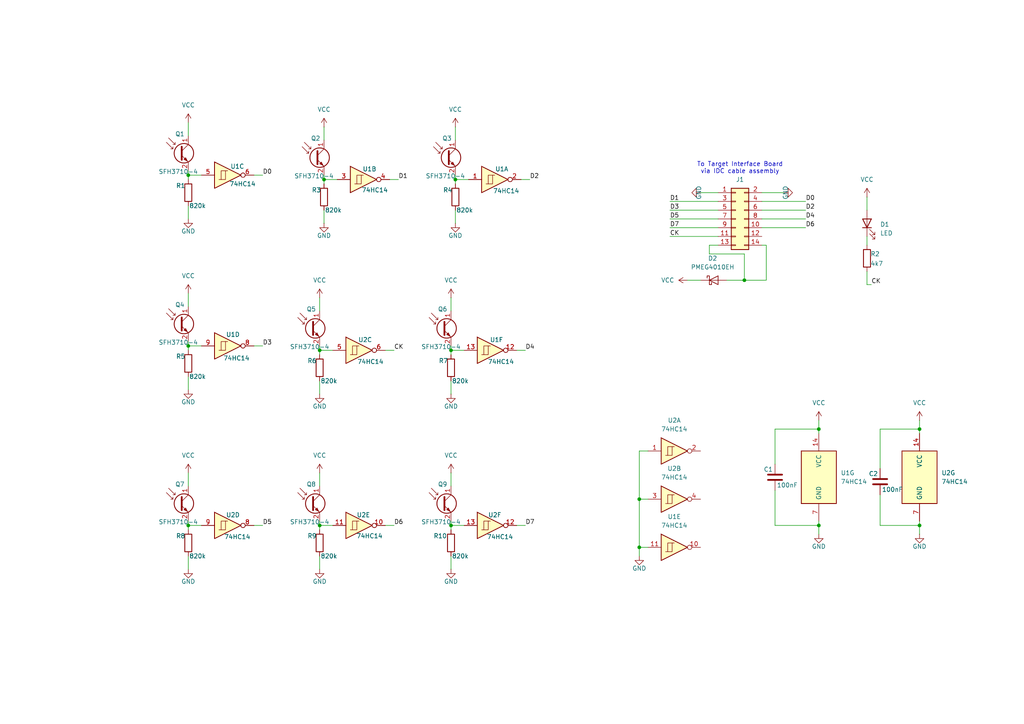
<source format=kicad_sch>
(kicad_sch
	(version 20231120)
	(generator "eeschema")
	(generator_version "8.0")
	(uuid "83c7408a-4b9f-4f1d-9296-2d1d861c6662")
	(paper "A4")
	(lib_symbols
		(symbol "74xx:74HC14"
			(pin_names
				(offset 1.016)
			)
			(exclude_from_sim no)
			(in_bom yes)
			(on_board yes)
			(property "Reference" "U"
				(at 0 1.27 0)
				(effects
					(font
						(size 1.27 1.27)
					)
				)
			)
			(property "Value" "74HC14"
				(at 0 -1.27 0)
				(effects
					(font
						(size 1.27 1.27)
					)
				)
			)
			(property "Footprint" ""
				(at 0 0 0)
				(effects
					(font
						(size 1.27 1.27)
					)
					(hide yes)
				)
			)
			(property "Datasheet" "http://www.ti.com/lit/gpn/sn74HC14"
				(at 0 0 0)
				(effects
					(font
						(size 1.27 1.27)
					)
					(hide yes)
				)
			)
			(property "Description" "Hex inverter schmitt trigger"
				(at 0 0 0)
				(effects
					(font
						(size 1.27 1.27)
					)
					(hide yes)
				)
			)
			(property "ki_locked" ""
				(at 0 0 0)
				(effects
					(font
						(size 1.27 1.27)
					)
				)
			)
			(property "ki_keywords" "HCMOS not inverter"
				(at 0 0 0)
				(effects
					(font
						(size 1.27 1.27)
					)
					(hide yes)
				)
			)
			(property "ki_fp_filters" "DIP*W7.62mm*"
				(at 0 0 0)
				(effects
					(font
						(size 1.27 1.27)
					)
					(hide yes)
				)
			)
			(symbol "74HC14_1_0"
				(polyline
					(pts
						(xy -3.81 3.81) (xy -3.81 -3.81) (xy 3.81 0) (xy -3.81 3.81)
					)
					(stroke
						(width 0.254)
						(type default)
					)
					(fill
						(type background)
					)
				)
				(pin input line
					(at -7.62 0 0)
					(length 3.81)
					(name "~"
						(effects
							(font
								(size 1.27 1.27)
							)
						)
					)
					(number "1"
						(effects
							(font
								(size 1.27 1.27)
							)
						)
					)
				)
				(pin output inverted
					(at 7.62 0 180)
					(length 3.81)
					(name "~"
						(effects
							(font
								(size 1.27 1.27)
							)
						)
					)
					(number "2"
						(effects
							(font
								(size 1.27 1.27)
							)
						)
					)
				)
			)
			(symbol "74HC14_1_1"
				(polyline
					(pts
						(xy -1.905 -1.27) (xy -1.905 1.27) (xy -0.635 1.27)
					)
					(stroke
						(width 0)
						(type default)
					)
					(fill
						(type none)
					)
				)
				(polyline
					(pts
						(xy -2.54 -1.27) (xy -0.635 -1.27) (xy -0.635 1.27) (xy 0 1.27)
					)
					(stroke
						(width 0)
						(type default)
					)
					(fill
						(type none)
					)
				)
			)
			(symbol "74HC14_2_0"
				(polyline
					(pts
						(xy -3.81 3.81) (xy -3.81 -3.81) (xy 3.81 0) (xy -3.81 3.81)
					)
					(stroke
						(width 0.254)
						(type default)
					)
					(fill
						(type background)
					)
				)
				(pin input line
					(at -7.62 0 0)
					(length 3.81)
					(name "~"
						(effects
							(font
								(size 1.27 1.27)
							)
						)
					)
					(number "3"
						(effects
							(font
								(size 1.27 1.27)
							)
						)
					)
				)
				(pin output inverted
					(at 7.62 0 180)
					(length 3.81)
					(name "~"
						(effects
							(font
								(size 1.27 1.27)
							)
						)
					)
					(number "4"
						(effects
							(font
								(size 1.27 1.27)
							)
						)
					)
				)
			)
			(symbol "74HC14_2_1"
				(polyline
					(pts
						(xy -1.905 -1.27) (xy -1.905 1.27) (xy -0.635 1.27)
					)
					(stroke
						(width 0)
						(type default)
					)
					(fill
						(type none)
					)
				)
				(polyline
					(pts
						(xy -2.54 -1.27) (xy -0.635 -1.27) (xy -0.635 1.27) (xy 0 1.27)
					)
					(stroke
						(width 0)
						(type default)
					)
					(fill
						(type none)
					)
				)
			)
			(symbol "74HC14_3_0"
				(polyline
					(pts
						(xy -3.81 3.81) (xy -3.81 -3.81) (xy 3.81 0) (xy -3.81 3.81)
					)
					(stroke
						(width 0.254)
						(type default)
					)
					(fill
						(type background)
					)
				)
				(pin input line
					(at -7.62 0 0)
					(length 3.81)
					(name "~"
						(effects
							(font
								(size 1.27 1.27)
							)
						)
					)
					(number "5"
						(effects
							(font
								(size 1.27 1.27)
							)
						)
					)
				)
				(pin output inverted
					(at 7.62 0 180)
					(length 3.81)
					(name "~"
						(effects
							(font
								(size 1.27 1.27)
							)
						)
					)
					(number "6"
						(effects
							(font
								(size 1.27 1.27)
							)
						)
					)
				)
			)
			(symbol "74HC14_3_1"
				(polyline
					(pts
						(xy -1.905 -1.27) (xy -1.905 1.27) (xy -0.635 1.27)
					)
					(stroke
						(width 0)
						(type default)
					)
					(fill
						(type none)
					)
				)
				(polyline
					(pts
						(xy -2.54 -1.27) (xy -0.635 -1.27) (xy -0.635 1.27) (xy 0 1.27)
					)
					(stroke
						(width 0)
						(type default)
					)
					(fill
						(type none)
					)
				)
			)
			(symbol "74HC14_4_0"
				(polyline
					(pts
						(xy -3.81 3.81) (xy -3.81 -3.81) (xy 3.81 0) (xy -3.81 3.81)
					)
					(stroke
						(width 0.254)
						(type default)
					)
					(fill
						(type background)
					)
				)
				(pin output inverted
					(at 7.62 0 180)
					(length 3.81)
					(name "~"
						(effects
							(font
								(size 1.27 1.27)
							)
						)
					)
					(number "8"
						(effects
							(font
								(size 1.27 1.27)
							)
						)
					)
				)
				(pin input line
					(at -7.62 0 0)
					(length 3.81)
					(name "~"
						(effects
							(font
								(size 1.27 1.27)
							)
						)
					)
					(number "9"
						(effects
							(font
								(size 1.27 1.27)
							)
						)
					)
				)
			)
			(symbol "74HC14_4_1"
				(polyline
					(pts
						(xy -1.905 -1.27) (xy -1.905 1.27) (xy -0.635 1.27)
					)
					(stroke
						(width 0)
						(type default)
					)
					(fill
						(type none)
					)
				)
				(polyline
					(pts
						(xy -2.54 -1.27) (xy -0.635 -1.27) (xy -0.635 1.27) (xy 0 1.27)
					)
					(stroke
						(width 0)
						(type default)
					)
					(fill
						(type none)
					)
				)
			)
			(symbol "74HC14_5_0"
				(polyline
					(pts
						(xy -3.81 3.81) (xy -3.81 -3.81) (xy 3.81 0) (xy -3.81 3.81)
					)
					(stroke
						(width 0.254)
						(type default)
					)
					(fill
						(type background)
					)
				)
				(pin output inverted
					(at 7.62 0 180)
					(length 3.81)
					(name "~"
						(effects
							(font
								(size 1.27 1.27)
							)
						)
					)
					(number "10"
						(effects
							(font
								(size 1.27 1.27)
							)
						)
					)
				)
				(pin input line
					(at -7.62 0 0)
					(length 3.81)
					(name "~"
						(effects
							(font
								(size 1.27 1.27)
							)
						)
					)
					(number "11"
						(effects
							(font
								(size 1.27 1.27)
							)
						)
					)
				)
			)
			(symbol "74HC14_5_1"
				(polyline
					(pts
						(xy -1.905 -1.27) (xy -1.905 1.27) (xy -0.635 1.27)
					)
					(stroke
						(width 0)
						(type default)
					)
					(fill
						(type none)
					)
				)
				(polyline
					(pts
						(xy -2.54 -1.27) (xy -0.635 -1.27) (xy -0.635 1.27) (xy 0 1.27)
					)
					(stroke
						(width 0)
						(type default)
					)
					(fill
						(type none)
					)
				)
			)
			(symbol "74HC14_6_0"
				(polyline
					(pts
						(xy -3.81 3.81) (xy -3.81 -3.81) (xy 3.81 0) (xy -3.81 3.81)
					)
					(stroke
						(width 0.254)
						(type default)
					)
					(fill
						(type background)
					)
				)
				(pin output inverted
					(at 7.62 0 180)
					(length 3.81)
					(name "~"
						(effects
							(font
								(size 1.27 1.27)
							)
						)
					)
					(number "12"
						(effects
							(font
								(size 1.27 1.27)
							)
						)
					)
				)
				(pin input line
					(at -7.62 0 0)
					(length 3.81)
					(name "~"
						(effects
							(font
								(size 1.27 1.27)
							)
						)
					)
					(number "13"
						(effects
							(font
								(size 1.27 1.27)
							)
						)
					)
				)
			)
			(symbol "74HC14_6_1"
				(polyline
					(pts
						(xy -1.905 -1.27) (xy -1.905 1.27) (xy -0.635 1.27)
					)
					(stroke
						(width 0)
						(type default)
					)
					(fill
						(type none)
					)
				)
				(polyline
					(pts
						(xy -2.54 -1.27) (xy -0.635 -1.27) (xy -0.635 1.27) (xy 0 1.27)
					)
					(stroke
						(width 0)
						(type default)
					)
					(fill
						(type none)
					)
				)
			)
			(symbol "74HC14_7_0"
				(pin power_in line
					(at 0 12.7 270)
					(length 5.08)
					(name "VCC"
						(effects
							(font
								(size 1.27 1.27)
							)
						)
					)
					(number "14"
						(effects
							(font
								(size 1.27 1.27)
							)
						)
					)
				)
				(pin power_in line
					(at 0 -12.7 90)
					(length 5.08)
					(name "GND"
						(effects
							(font
								(size 1.27 1.27)
							)
						)
					)
					(number "7"
						(effects
							(font
								(size 1.27 1.27)
							)
						)
					)
				)
			)
			(symbol "74HC14_7_1"
				(rectangle
					(start -5.08 7.62)
					(end 5.08 -7.62)
					(stroke
						(width 0.254)
						(type default)
					)
					(fill
						(type background)
					)
				)
			)
		)
		(symbol "Connector_Generic:Conn_02x07_Odd_Even"
			(pin_names
				(offset 1.016) hide)
			(exclude_from_sim no)
			(in_bom yes)
			(on_board yes)
			(property "Reference" "J"
				(at 1.27 10.16 0)
				(effects
					(font
						(size 1.27 1.27)
					)
				)
			)
			(property "Value" "Conn_02x07_Odd_Even"
				(at 1.27 -10.16 0)
				(effects
					(font
						(size 1.27 1.27)
					)
				)
			)
			(property "Footprint" ""
				(at 0 0 0)
				(effects
					(font
						(size 1.27 1.27)
					)
					(hide yes)
				)
			)
			(property "Datasheet" "~"
				(at 0 0 0)
				(effects
					(font
						(size 1.27 1.27)
					)
					(hide yes)
				)
			)
			(property "Description" "Generic connector, double row, 02x07, odd/even pin numbering scheme (row 1 odd numbers, row 2 even numbers), script generated (kicad-library-utils/schlib/autogen/connector/)"
				(at 0 0 0)
				(effects
					(font
						(size 1.27 1.27)
					)
					(hide yes)
				)
			)
			(property "ki_keywords" "connector"
				(at 0 0 0)
				(effects
					(font
						(size 1.27 1.27)
					)
					(hide yes)
				)
			)
			(property "ki_fp_filters" "Connector*:*_2x??_*"
				(at 0 0 0)
				(effects
					(font
						(size 1.27 1.27)
					)
					(hide yes)
				)
			)
			(symbol "Conn_02x07_Odd_Even_1_1"
				(rectangle
					(start -1.27 -7.493)
					(end 0 -7.747)
					(stroke
						(width 0.1524)
						(type default)
					)
					(fill
						(type none)
					)
				)
				(rectangle
					(start -1.27 -4.953)
					(end 0 -5.207)
					(stroke
						(width 0.1524)
						(type default)
					)
					(fill
						(type none)
					)
				)
				(rectangle
					(start -1.27 -2.413)
					(end 0 -2.667)
					(stroke
						(width 0.1524)
						(type default)
					)
					(fill
						(type none)
					)
				)
				(rectangle
					(start -1.27 0.127)
					(end 0 -0.127)
					(stroke
						(width 0.1524)
						(type default)
					)
					(fill
						(type none)
					)
				)
				(rectangle
					(start -1.27 2.667)
					(end 0 2.413)
					(stroke
						(width 0.1524)
						(type default)
					)
					(fill
						(type none)
					)
				)
				(rectangle
					(start -1.27 5.207)
					(end 0 4.953)
					(stroke
						(width 0.1524)
						(type default)
					)
					(fill
						(type none)
					)
				)
				(rectangle
					(start -1.27 7.747)
					(end 0 7.493)
					(stroke
						(width 0.1524)
						(type default)
					)
					(fill
						(type none)
					)
				)
				(rectangle
					(start -1.27 8.89)
					(end 3.81 -8.89)
					(stroke
						(width 0.254)
						(type default)
					)
					(fill
						(type background)
					)
				)
				(rectangle
					(start 3.81 -7.493)
					(end 2.54 -7.747)
					(stroke
						(width 0.1524)
						(type default)
					)
					(fill
						(type none)
					)
				)
				(rectangle
					(start 3.81 -4.953)
					(end 2.54 -5.207)
					(stroke
						(width 0.1524)
						(type default)
					)
					(fill
						(type none)
					)
				)
				(rectangle
					(start 3.81 -2.413)
					(end 2.54 -2.667)
					(stroke
						(width 0.1524)
						(type default)
					)
					(fill
						(type none)
					)
				)
				(rectangle
					(start 3.81 0.127)
					(end 2.54 -0.127)
					(stroke
						(width 0.1524)
						(type default)
					)
					(fill
						(type none)
					)
				)
				(rectangle
					(start 3.81 2.667)
					(end 2.54 2.413)
					(stroke
						(width 0.1524)
						(type default)
					)
					(fill
						(type none)
					)
				)
				(rectangle
					(start 3.81 5.207)
					(end 2.54 4.953)
					(stroke
						(width 0.1524)
						(type default)
					)
					(fill
						(type none)
					)
				)
				(rectangle
					(start 3.81 7.747)
					(end 2.54 7.493)
					(stroke
						(width 0.1524)
						(type default)
					)
					(fill
						(type none)
					)
				)
				(pin passive line
					(at -5.08 7.62 0)
					(length 3.81)
					(name "Pin_1"
						(effects
							(font
								(size 1.27 1.27)
							)
						)
					)
					(number "1"
						(effects
							(font
								(size 1.27 1.27)
							)
						)
					)
				)
				(pin passive line
					(at 7.62 -2.54 180)
					(length 3.81)
					(name "Pin_10"
						(effects
							(font
								(size 1.27 1.27)
							)
						)
					)
					(number "10"
						(effects
							(font
								(size 1.27 1.27)
							)
						)
					)
				)
				(pin passive line
					(at -5.08 -5.08 0)
					(length 3.81)
					(name "Pin_11"
						(effects
							(font
								(size 1.27 1.27)
							)
						)
					)
					(number "11"
						(effects
							(font
								(size 1.27 1.27)
							)
						)
					)
				)
				(pin passive line
					(at 7.62 -5.08 180)
					(length 3.81)
					(name "Pin_12"
						(effects
							(font
								(size 1.27 1.27)
							)
						)
					)
					(number "12"
						(effects
							(font
								(size 1.27 1.27)
							)
						)
					)
				)
				(pin passive line
					(at -5.08 -7.62 0)
					(length 3.81)
					(name "Pin_13"
						(effects
							(font
								(size 1.27 1.27)
							)
						)
					)
					(number "13"
						(effects
							(font
								(size 1.27 1.27)
							)
						)
					)
				)
				(pin passive line
					(at 7.62 -7.62 180)
					(length 3.81)
					(name "Pin_14"
						(effects
							(font
								(size 1.27 1.27)
							)
						)
					)
					(number "14"
						(effects
							(font
								(size 1.27 1.27)
							)
						)
					)
				)
				(pin passive line
					(at 7.62 7.62 180)
					(length 3.81)
					(name "Pin_2"
						(effects
							(font
								(size 1.27 1.27)
							)
						)
					)
					(number "2"
						(effects
							(font
								(size 1.27 1.27)
							)
						)
					)
				)
				(pin passive line
					(at -5.08 5.08 0)
					(length 3.81)
					(name "Pin_3"
						(effects
							(font
								(size 1.27 1.27)
							)
						)
					)
					(number "3"
						(effects
							(font
								(size 1.27 1.27)
							)
						)
					)
				)
				(pin passive line
					(at 7.62 5.08 180)
					(length 3.81)
					(name "Pin_4"
						(effects
							(font
								(size 1.27 1.27)
							)
						)
					)
					(number "4"
						(effects
							(font
								(size 1.27 1.27)
							)
						)
					)
				)
				(pin passive line
					(at -5.08 2.54 0)
					(length 3.81)
					(name "Pin_5"
						(effects
							(font
								(size 1.27 1.27)
							)
						)
					)
					(number "5"
						(effects
							(font
								(size 1.27 1.27)
							)
						)
					)
				)
				(pin passive line
					(at 7.62 2.54 180)
					(length 3.81)
					(name "Pin_6"
						(effects
							(font
								(size 1.27 1.27)
							)
						)
					)
					(number "6"
						(effects
							(font
								(size 1.27 1.27)
							)
						)
					)
				)
				(pin passive line
					(at -5.08 0 0)
					(length 3.81)
					(name "Pin_7"
						(effects
							(font
								(size 1.27 1.27)
							)
						)
					)
					(number "7"
						(effects
							(font
								(size 1.27 1.27)
							)
						)
					)
				)
				(pin passive line
					(at 7.62 0 180)
					(length 3.81)
					(name "Pin_8"
						(effects
							(font
								(size 1.27 1.27)
							)
						)
					)
					(number "8"
						(effects
							(font
								(size 1.27 1.27)
							)
						)
					)
				)
				(pin passive line
					(at -5.08 -2.54 0)
					(length 3.81)
					(name "Pin_9"
						(effects
							(font
								(size 1.27 1.27)
							)
						)
					)
					(number "9"
						(effects
							(font
								(size 1.27 1.27)
							)
						)
					)
				)
			)
		)
		(symbol "Device:C"
			(pin_numbers hide)
			(pin_names
				(offset 0.254)
			)
			(exclude_from_sim no)
			(in_bom yes)
			(on_board yes)
			(property "Reference" "C"
				(at 0.635 2.54 0)
				(effects
					(font
						(size 1.27 1.27)
					)
					(justify left)
				)
			)
			(property "Value" "C"
				(at 0.635 -2.54 0)
				(effects
					(font
						(size 1.27 1.27)
					)
					(justify left)
				)
			)
			(property "Footprint" ""
				(at 0.9652 -3.81 0)
				(effects
					(font
						(size 1.27 1.27)
					)
					(hide yes)
				)
			)
			(property "Datasheet" "~"
				(at 0 0 0)
				(effects
					(font
						(size 1.27 1.27)
					)
					(hide yes)
				)
			)
			(property "Description" "Unpolarized capacitor"
				(at 0 0 0)
				(effects
					(font
						(size 1.27 1.27)
					)
					(hide yes)
				)
			)
			(property "ki_keywords" "cap capacitor"
				(at 0 0 0)
				(effects
					(font
						(size 1.27 1.27)
					)
					(hide yes)
				)
			)
			(property "ki_fp_filters" "C_*"
				(at 0 0 0)
				(effects
					(font
						(size 1.27 1.27)
					)
					(hide yes)
				)
			)
			(symbol "C_0_1"
				(polyline
					(pts
						(xy -2.032 -0.762) (xy 2.032 -0.762)
					)
					(stroke
						(width 0.508)
						(type default)
					)
					(fill
						(type none)
					)
				)
				(polyline
					(pts
						(xy -2.032 0.762) (xy 2.032 0.762)
					)
					(stroke
						(width 0.508)
						(type default)
					)
					(fill
						(type none)
					)
				)
			)
			(symbol "C_1_1"
				(pin passive line
					(at 0 3.81 270)
					(length 2.794)
					(name "~"
						(effects
							(font
								(size 1.27 1.27)
							)
						)
					)
					(number "1"
						(effects
							(font
								(size 1.27 1.27)
							)
						)
					)
				)
				(pin passive line
					(at 0 -3.81 90)
					(length 2.794)
					(name "~"
						(effects
							(font
								(size 1.27 1.27)
							)
						)
					)
					(number "2"
						(effects
							(font
								(size 1.27 1.27)
							)
						)
					)
				)
			)
		)
		(symbol "Device:LED"
			(pin_numbers hide)
			(pin_names
				(offset 1.016) hide)
			(exclude_from_sim no)
			(in_bom yes)
			(on_board yes)
			(property "Reference" "D"
				(at 0 2.54 0)
				(effects
					(font
						(size 1.27 1.27)
					)
				)
			)
			(property "Value" "LED"
				(at 0 -2.54 0)
				(effects
					(font
						(size 1.27 1.27)
					)
				)
			)
			(property "Footprint" ""
				(at 0 0 0)
				(effects
					(font
						(size 1.27 1.27)
					)
					(hide yes)
				)
			)
			(property "Datasheet" "~"
				(at 0 0 0)
				(effects
					(font
						(size 1.27 1.27)
					)
					(hide yes)
				)
			)
			(property "Description" "Light emitting diode"
				(at 0 0 0)
				(effects
					(font
						(size 1.27 1.27)
					)
					(hide yes)
				)
			)
			(property "ki_keywords" "LED diode"
				(at 0 0 0)
				(effects
					(font
						(size 1.27 1.27)
					)
					(hide yes)
				)
			)
			(property "ki_fp_filters" "LED* LED_SMD:* LED_THT:*"
				(at 0 0 0)
				(effects
					(font
						(size 1.27 1.27)
					)
					(hide yes)
				)
			)
			(symbol "LED_0_1"
				(polyline
					(pts
						(xy -1.27 -1.27) (xy -1.27 1.27)
					)
					(stroke
						(width 0.254)
						(type default)
					)
					(fill
						(type none)
					)
				)
				(polyline
					(pts
						(xy -1.27 0) (xy 1.27 0)
					)
					(stroke
						(width 0)
						(type default)
					)
					(fill
						(type none)
					)
				)
				(polyline
					(pts
						(xy 1.27 -1.27) (xy 1.27 1.27) (xy -1.27 0) (xy 1.27 -1.27)
					)
					(stroke
						(width 0.254)
						(type default)
					)
					(fill
						(type none)
					)
				)
				(polyline
					(pts
						(xy -3.048 -0.762) (xy -4.572 -2.286) (xy -3.81 -2.286) (xy -4.572 -2.286) (xy -4.572 -1.524)
					)
					(stroke
						(width 0)
						(type default)
					)
					(fill
						(type none)
					)
				)
				(polyline
					(pts
						(xy -1.778 -0.762) (xy -3.302 -2.286) (xy -2.54 -2.286) (xy -3.302 -2.286) (xy -3.302 -1.524)
					)
					(stroke
						(width 0)
						(type default)
					)
					(fill
						(type none)
					)
				)
			)
			(symbol "LED_1_1"
				(pin passive line
					(at -3.81 0 0)
					(length 2.54)
					(name "K"
						(effects
							(font
								(size 1.27 1.27)
							)
						)
					)
					(number "1"
						(effects
							(font
								(size 1.27 1.27)
							)
						)
					)
				)
				(pin passive line
					(at 3.81 0 180)
					(length 2.54)
					(name "A"
						(effects
							(font
								(size 1.27 1.27)
							)
						)
					)
					(number "2"
						(effects
							(font
								(size 1.27 1.27)
							)
						)
					)
				)
			)
		)
		(symbol "Device:R"
			(pin_numbers hide)
			(pin_names
				(offset 0)
			)
			(exclude_from_sim no)
			(in_bom yes)
			(on_board yes)
			(property "Reference" "R"
				(at 2.032 0 90)
				(effects
					(font
						(size 1.27 1.27)
					)
				)
			)
			(property "Value" "R"
				(at 0 0 90)
				(effects
					(font
						(size 1.27 1.27)
					)
				)
			)
			(property "Footprint" ""
				(at -1.778 0 90)
				(effects
					(font
						(size 1.27 1.27)
					)
					(hide yes)
				)
			)
			(property "Datasheet" "~"
				(at 0 0 0)
				(effects
					(font
						(size 1.27 1.27)
					)
					(hide yes)
				)
			)
			(property "Description" "Resistor"
				(at 0 0 0)
				(effects
					(font
						(size 1.27 1.27)
					)
					(hide yes)
				)
			)
			(property "ki_keywords" "R res resistor"
				(at 0 0 0)
				(effects
					(font
						(size 1.27 1.27)
					)
					(hide yes)
				)
			)
			(property "ki_fp_filters" "R_*"
				(at 0 0 0)
				(effects
					(font
						(size 1.27 1.27)
					)
					(hide yes)
				)
			)
			(symbol "R_0_1"
				(rectangle
					(start -1.016 -2.54)
					(end 1.016 2.54)
					(stroke
						(width 0.254)
						(type default)
					)
					(fill
						(type none)
					)
				)
			)
			(symbol "R_1_1"
				(pin passive line
					(at 0 3.81 270)
					(length 1.27)
					(name "~"
						(effects
							(font
								(size 1.27 1.27)
							)
						)
					)
					(number "1"
						(effects
							(font
								(size 1.27 1.27)
							)
						)
					)
				)
				(pin passive line
					(at 0 -3.81 90)
					(length 1.27)
					(name "~"
						(effects
							(font
								(size 1.27 1.27)
							)
						)
					)
					(number "2"
						(effects
							(font
								(size 1.27 1.27)
							)
						)
					)
				)
			)
		)
		(symbol "Diode:PMEG4010EH"
			(pin_numbers hide)
			(pin_names hide)
			(exclude_from_sim no)
			(in_bom yes)
			(on_board yes)
			(property "Reference" "D"
				(at 0 2.54 0)
				(effects
					(font
						(size 1.27 1.27)
					)
				)
			)
			(property "Value" "PMEG4010EH"
				(at 0 -2.54 0)
				(effects
					(font
						(size 1.27 1.27)
					)
				)
			)
			(property "Footprint" "Diode_SMD:D_SOD-123F"
				(at 0 -4.445 0)
				(effects
					(font
						(size 1.27 1.27)
					)
					(hide yes)
				)
			)
			(property "Datasheet" "https://assets.nexperia.com/documents/data-sheet/PMEG4010EH_EJ_ET.pdf"
				(at 0 0 0)
				(effects
					(font
						(size 1.27 1.27)
					)
					(hide yes)
				)
			)
			(property "Description" "40V, 1A very low Vf MEGA Schottky barrier rectifier, SOD-123F"
				(at 0 0 0)
				(effects
					(font
						(size 1.27 1.27)
					)
					(hide yes)
				)
			)
			(property "ki_keywords" "forward voltage diode"
				(at 0 0 0)
				(effects
					(font
						(size 1.27 1.27)
					)
					(hide yes)
				)
			)
			(property "ki_fp_filters" "D*SOD?123F*"
				(at 0 0 0)
				(effects
					(font
						(size 1.27 1.27)
					)
					(hide yes)
				)
			)
			(symbol "PMEG4010EH_0_1"
				(polyline
					(pts
						(xy 1.27 0) (xy -1.27 0)
					)
					(stroke
						(width 0)
						(type default)
					)
					(fill
						(type none)
					)
				)
				(polyline
					(pts
						(xy 1.27 1.27) (xy 1.27 -1.27) (xy -1.27 0) (xy 1.27 1.27)
					)
					(stroke
						(width 0.2032)
						(type default)
					)
					(fill
						(type none)
					)
				)
				(polyline
					(pts
						(xy -1.905 0.635) (xy -1.905 1.27) (xy -1.27 1.27) (xy -1.27 -1.27) (xy -0.635 -1.27) (xy -0.635 -0.635)
					)
					(stroke
						(width 0.2032)
						(type default)
					)
					(fill
						(type none)
					)
				)
			)
			(symbol "PMEG4010EH_1_1"
				(pin passive line
					(at -3.81 0 0)
					(length 2.54)
					(name "K"
						(effects
							(font
								(size 1.27 1.27)
							)
						)
					)
					(number "1"
						(effects
							(font
								(size 1.27 1.27)
							)
						)
					)
				)
				(pin passive line
					(at 3.81 0 180)
					(length 2.54)
					(name "A"
						(effects
							(font
								(size 1.27 1.27)
							)
						)
					)
					(number "2"
						(effects
							(font
								(size 1.27 1.27)
							)
						)
					)
				)
			)
		)
		(symbol "Sensor_Optical:SFH320"
			(pin_names
				(offset 0) hide)
			(exclude_from_sim no)
			(in_bom yes)
			(on_board yes)
			(property "Reference" "Q"
				(at 5.08 1.27 0)
				(effects
					(font
						(size 1.27 1.27)
					)
					(justify left)
				)
			)
			(property "Value" "SFH320"
				(at 5.08 -1.27 0)
				(effects
					(font
						(size 1.27 1.27)
					)
					(justify left)
				)
			)
			(property "Footprint" "LED_SMD:LED_PLCC-2_3.4x3.0mm_KA"
				(at 12.192 -3.556 0)
				(effects
					(font
						(size 1.27 1.27)
					)
					(hide yes)
				)
			)
			(property "Datasheet" "https://look.ams-osram.com/m/5397c5d8583a26cf/original/SFH-320.pdf"
				(at 0 0 0)
				(effects
					(font
						(size 1.27 1.27)
					)
					(hide yes)
				)
			)
			(property "Description" "Silicon NPN Phototransistor, PLCC-2"
				(at 0 0 0)
				(effects
					(font
						(size 1.27 1.27)
					)
					(hide yes)
				)
			)
			(property "ki_keywords" "npn phototransistor"
				(at 0 0 0)
				(effects
					(font
						(size 1.27 1.27)
					)
					(hide yes)
				)
			)
			(property "ki_fp_filters" "LED?SMD:LED?PLCC?2?3.4x3.0mm?KA*"
				(at 0 0 0)
				(effects
					(font
						(size 1.27 1.27)
					)
					(hide yes)
				)
			)
			(symbol "SFH320_0_1"
				(polyline
					(pts
						(xy -1.905 1.27) (xy -2.54 1.27)
					)
					(stroke
						(width 0)
						(type default)
					)
					(fill
						(type none)
					)
				)
				(polyline
					(pts
						(xy -1.27 2.54) (xy -1.905 2.54)
					)
					(stroke
						(width 0)
						(type default)
					)
					(fill
						(type none)
					)
				)
				(polyline
					(pts
						(xy 0.635 0.635) (xy 2.54 2.54)
					)
					(stroke
						(width 0)
						(type default)
					)
					(fill
						(type none)
					)
				)
				(polyline
					(pts
						(xy -3.81 3.175) (xy -1.905 1.27) (xy -1.905 1.905)
					)
					(stroke
						(width 0)
						(type default)
					)
					(fill
						(type none)
					)
				)
				(polyline
					(pts
						(xy -3.175 4.445) (xy -1.27 2.54) (xy -1.27 3.175)
					)
					(stroke
						(width 0)
						(type default)
					)
					(fill
						(type none)
					)
				)
				(polyline
					(pts
						(xy 0.635 -0.635) (xy 2.54 -2.54) (xy 2.54 -2.54)
					)
					(stroke
						(width 0)
						(type default)
					)
					(fill
						(type none)
					)
				)
				(polyline
					(pts
						(xy 0.635 1.905) (xy 0.635 -1.905) (xy 0.635 -1.905)
					)
					(stroke
						(width 0.508)
						(type default)
					)
					(fill
						(type none)
					)
				)
				(polyline
					(pts
						(xy 1.27 -1.778) (xy 1.778 -1.27) (xy 2.286 -2.286) (xy 1.27 -1.778) (xy 1.27 -1.778)
					)
					(stroke
						(width 0)
						(type default)
					)
					(fill
						(type outline)
					)
				)
				(circle
					(center 1.27 0)
					(radius 2.8194)
					(stroke
						(width 0.254)
						(type default)
					)
					(fill
						(type none)
					)
				)
			)
			(symbol "SFH320_1_1"
				(pin passive line
					(at 2.54 5.08 270)
					(length 2.54)
					(name "C"
						(effects
							(font
								(size 1.27 1.27)
							)
						)
					)
					(number "1"
						(effects
							(font
								(size 1.27 1.27)
							)
						)
					)
				)
				(pin passive line
					(at 2.54 -5.08 90)
					(length 2.54)
					(name "E"
						(effects
							(font
								(size 1.27 1.27)
							)
						)
					)
					(number "2"
						(effects
							(font
								(size 1.27 1.27)
							)
						)
					)
				)
			)
		)
		(symbol "power:GND"
			(power)
			(pin_numbers hide)
			(pin_names
				(offset 0) hide)
			(exclude_from_sim no)
			(in_bom yes)
			(on_board yes)
			(property "Reference" "#PWR"
				(at 0 -6.35 0)
				(effects
					(font
						(size 1.27 1.27)
					)
					(hide yes)
				)
			)
			(property "Value" "GND"
				(at 0 -3.81 0)
				(effects
					(font
						(size 1.27 1.27)
					)
				)
			)
			(property "Footprint" ""
				(at 0 0 0)
				(effects
					(font
						(size 1.27 1.27)
					)
					(hide yes)
				)
			)
			(property "Datasheet" ""
				(at 0 0 0)
				(effects
					(font
						(size 1.27 1.27)
					)
					(hide yes)
				)
			)
			(property "Description" "Power symbol creates a global label with name \"GND\" , ground"
				(at 0 0 0)
				(effects
					(font
						(size 1.27 1.27)
					)
					(hide yes)
				)
			)
			(property "ki_keywords" "global power"
				(at 0 0 0)
				(effects
					(font
						(size 1.27 1.27)
					)
					(hide yes)
				)
			)
			(symbol "GND_0_1"
				(polyline
					(pts
						(xy 0 0) (xy 0 -1.27) (xy 1.27 -1.27) (xy 0 -2.54) (xy -1.27 -1.27) (xy 0 -1.27)
					)
					(stroke
						(width 0)
						(type default)
					)
					(fill
						(type none)
					)
				)
			)
			(symbol "GND_1_1"
				(pin power_in line
					(at 0 0 270)
					(length 0)
					(name "~"
						(effects
							(font
								(size 1.27 1.27)
							)
						)
					)
					(number "1"
						(effects
							(font
								(size 1.27 1.27)
							)
						)
					)
				)
			)
		)
		(symbol "power:VCC"
			(power)
			(pin_numbers hide)
			(pin_names
				(offset 0) hide)
			(exclude_from_sim no)
			(in_bom yes)
			(on_board yes)
			(property "Reference" "#PWR"
				(at 0 -3.81 0)
				(effects
					(font
						(size 1.27 1.27)
					)
					(hide yes)
				)
			)
			(property "Value" "VCC"
				(at 0 3.556 0)
				(effects
					(font
						(size 1.27 1.27)
					)
				)
			)
			(property "Footprint" ""
				(at 0 0 0)
				(effects
					(font
						(size 1.27 1.27)
					)
					(hide yes)
				)
			)
			(property "Datasheet" ""
				(at 0 0 0)
				(effects
					(font
						(size 1.27 1.27)
					)
					(hide yes)
				)
			)
			(property "Description" "Power symbol creates a global label with name \"VCC\""
				(at 0 0 0)
				(effects
					(font
						(size 1.27 1.27)
					)
					(hide yes)
				)
			)
			(property "ki_keywords" "global power"
				(at 0 0 0)
				(effects
					(font
						(size 1.27 1.27)
					)
					(hide yes)
				)
			)
			(symbol "VCC_0_1"
				(polyline
					(pts
						(xy -0.762 1.27) (xy 0 2.54)
					)
					(stroke
						(width 0)
						(type default)
					)
					(fill
						(type none)
					)
				)
				(polyline
					(pts
						(xy 0 0) (xy 0 2.54)
					)
					(stroke
						(width 0)
						(type default)
					)
					(fill
						(type none)
					)
				)
				(polyline
					(pts
						(xy 0 2.54) (xy 0.762 1.27)
					)
					(stroke
						(width 0)
						(type default)
					)
					(fill
						(type none)
					)
				)
			)
			(symbol "VCC_1_1"
				(pin power_in line
					(at 0 0 90)
					(length 0)
					(name "~"
						(effects
							(font
								(size 1.27 1.27)
							)
						)
					)
					(number "1"
						(effects
							(font
								(size 1.27 1.27)
							)
						)
					)
				)
			)
		)
	)
	(junction
		(at 266.7 152.4)
		(diameter 0)
		(color 0 0 0 0)
		(uuid "08f29900-3e63-4786-8efb-13ce4a00af38")
	)
	(junction
		(at 92.71 101.6)
		(diameter 0)
		(color 0 0 0 0)
		(uuid "5f3e6b96-26c4-4ba5-be06-18c9fa0fe3b2")
	)
	(junction
		(at 92.71 152.4)
		(diameter 0)
		(color 0 0 0 0)
		(uuid "700a3413-3331-484f-acae-63e1025cc1e5")
	)
	(junction
		(at 130.81 101.6)
		(diameter 0)
		(color 0 0 0 0)
		(uuid "868b96dc-fda0-44ea-b4dd-2cd4569770f5")
	)
	(junction
		(at 54.61 152.4)
		(diameter 0)
		(color 0 0 0 0)
		(uuid "a54be242-8b99-47e5-9aa2-d07573743778")
	)
	(junction
		(at 54.61 50.8)
		(diameter 0)
		(color 0 0 0 0)
		(uuid "a5dc3878-4265-4c1f-9602-9ea6796d50f3")
	)
	(junction
		(at 130.81 152.4)
		(diameter 0)
		(color 0 0 0 0)
		(uuid "c6b4c48e-31fc-4c89-8ecb-cacb0f7586d8")
	)
	(junction
		(at 54.61 100.33)
		(diameter 0)
		(color 0 0 0 0)
		(uuid "c715c7d2-e412-4817-8d84-01edf58c15a4")
	)
	(junction
		(at 185.42 158.75)
		(diameter 0)
		(color 0 0 0 0)
		(uuid "cf00b1ff-2224-4ce6-ba3a-a75a774f5745")
	)
	(junction
		(at 132.08 52.07)
		(diameter 0)
		(color 0 0 0 0)
		(uuid "dc4a14eb-135d-4a04-bb39-c6b1e1fe8b43")
	)
	(junction
		(at 185.42 144.78)
		(diameter 0)
		(color 0 0 0 0)
		(uuid "df719d44-b759-4268-a5cf-0cbfbd001e42")
	)
	(junction
		(at 237.49 124.46)
		(diameter 0)
		(color 0 0 0 0)
		(uuid "e877cb07-4db3-4ead-b778-a81a9eee5ad0")
	)
	(junction
		(at 237.49 152.4)
		(diameter 0)
		(color 0 0 0 0)
		(uuid "e9ce83d1-94df-4411-8f1e-028109a44bc0")
	)
	(junction
		(at 215.9 81.28)
		(diameter 0)
		(color 0 0 0 0)
		(uuid "f0d5b0db-25d3-46c8-a94b-916c966d208b")
	)
	(junction
		(at 93.98 52.07)
		(diameter 0)
		(color 0 0 0 0)
		(uuid "f5ed439a-73a4-473f-a3b4-5a2549bc4ff6")
	)
	(junction
		(at 266.7 124.46)
		(diameter 0)
		(color 0 0 0 0)
		(uuid "fdb5b2bb-83aa-47e7-9c3f-27075436df29")
	)
	(wire
		(pts
			(xy 92.71 161.29) (xy 92.71 165.1)
		)
		(stroke
			(width 0)
			(type default)
		)
		(uuid "0240a7ae-abda-4232-be90-f4423a9a39f1")
	)
	(wire
		(pts
			(xy 224.79 134.62) (xy 224.79 124.46)
		)
		(stroke
			(width 0)
			(type default)
		)
		(uuid "0357b06b-4029-4caf-8146-05b6a662260c")
	)
	(wire
		(pts
			(xy 54.61 152.4) (xy 58.42 152.4)
		)
		(stroke
			(width 0)
			(type default)
		)
		(uuid "04e4c65c-b3de-45b3-96be-14a02a3f1158")
	)
	(wire
		(pts
			(xy 73.66 152.4) (xy 76.2 152.4)
		)
		(stroke
			(width 0)
			(type default)
		)
		(uuid "06a1ec35-63c0-4660-bd15-ac1c38829bd2")
	)
	(wire
		(pts
			(xy 54.61 152.4) (xy 54.61 153.67)
		)
		(stroke
			(width 0)
			(type default)
		)
		(uuid "0a7f7717-4a72-42e8-bf87-406960c99666")
	)
	(wire
		(pts
			(xy 54.61 137.16) (xy 54.61 140.97)
		)
		(stroke
			(width 0)
			(type default)
		)
		(uuid "106066d2-43fb-469e-a46e-fb9b48e0da67")
	)
	(wire
		(pts
			(xy 54.61 49.53) (xy 54.61 50.8)
		)
		(stroke
			(width 0)
			(type default)
		)
		(uuid "158b2847-4cc2-4ff7-bf82-4dd9a5c375f9")
	)
	(wire
		(pts
			(xy 54.61 100.33) (xy 58.42 100.33)
		)
		(stroke
			(width 0)
			(type default)
		)
		(uuid "15ff864b-4102-4d79-9b50-21fc04a903d4")
	)
	(wire
		(pts
			(xy 203.2 55.88) (xy 208.28 55.88)
		)
		(stroke
			(width 0)
			(type default)
		)
		(uuid "1733b570-2446-480a-85a4-cccdb7ecece9")
	)
	(wire
		(pts
			(xy 266.7 152.4) (xy 266.7 151.13)
		)
		(stroke
			(width 0)
			(type default)
		)
		(uuid "1e920abf-b6f3-42d9-b5fb-72617a939658")
	)
	(wire
		(pts
			(xy 251.46 68.58) (xy 251.46 71.12)
		)
		(stroke
			(width 0)
			(type default)
		)
		(uuid "20848a36-c4c9-49a8-9ae4-cc3193821c75")
	)
	(wire
		(pts
			(xy 93.98 36.83) (xy 93.98 40.64)
		)
		(stroke
			(width 0)
			(type default)
		)
		(uuid "2211d4fb-e520-46a4-b1c6-0730bb78ca67")
	)
	(wire
		(pts
			(xy 220.98 66.04) (xy 233.68 66.04)
		)
		(stroke
			(width 0)
			(type default)
		)
		(uuid "28bf4374-dcc9-47fd-a7d4-4ff211c16eb5")
	)
	(wire
		(pts
			(xy 222.25 81.28) (xy 215.9 81.28)
		)
		(stroke
			(width 0)
			(type default)
		)
		(uuid "29627ec5-01c4-4a44-ae75-5eba2cb4b144")
	)
	(wire
		(pts
			(xy 93.98 52.07) (xy 93.98 53.34)
		)
		(stroke
			(width 0)
			(type default)
		)
		(uuid "29dcfabd-4d25-4e4a-9138-419698e6fde8")
	)
	(wire
		(pts
			(xy 54.61 85.09) (xy 54.61 88.9)
		)
		(stroke
			(width 0)
			(type default)
		)
		(uuid "2b9ff45e-9587-407f-b545-84551796d898")
	)
	(wire
		(pts
			(xy 132.08 52.07) (xy 132.08 53.34)
		)
		(stroke
			(width 0)
			(type default)
		)
		(uuid "33b32a27-32ee-4615-8e51-ffd1e11fbba1")
	)
	(wire
		(pts
			(xy 210.82 81.28) (xy 215.9 81.28)
		)
		(stroke
			(width 0)
			(type default)
		)
		(uuid "3d36fdfe-d69f-4c04-b23a-0df9dcf3d96f")
	)
	(wire
		(pts
			(xy 220.98 55.88) (xy 227.33 55.88)
		)
		(stroke
			(width 0)
			(type default)
		)
		(uuid "3f54e4ae-5704-4f10-9fd6-8a8a615800d5")
	)
	(wire
		(pts
			(xy 255.27 143.51) (xy 255.27 152.4)
		)
		(stroke
			(width 0)
			(type default)
		)
		(uuid "425b5a91-83b5-4620-8160-b6959bdd12de")
	)
	(wire
		(pts
			(xy 237.49 121.92) (xy 237.49 124.46)
		)
		(stroke
			(width 0)
			(type default)
		)
		(uuid "42a4430b-78d6-418f-81b9-9915de3066ed")
	)
	(wire
		(pts
			(xy 251.46 78.74) (xy 251.46 82.55)
		)
		(stroke
			(width 0)
			(type default)
		)
		(uuid "44267292-9bc1-4380-ab02-2965a0c5d38b")
	)
	(wire
		(pts
			(xy 185.42 144.78) (xy 185.42 158.75)
		)
		(stroke
			(width 0)
			(type default)
		)
		(uuid "44c1f8e2-1304-4796-80eb-fef70f0ae3a0")
	)
	(wire
		(pts
			(xy 149.86 101.6) (xy 152.4 101.6)
		)
		(stroke
			(width 0)
			(type default)
		)
		(uuid "4647d220-de05-45ba-aeb9-08129e58ba85")
	)
	(wire
		(pts
			(xy 130.81 86.36) (xy 130.81 90.17)
		)
		(stroke
			(width 0)
			(type default)
		)
		(uuid "46ae2185-591b-439d-89fd-10c56899a2e0")
	)
	(wire
		(pts
			(xy 149.86 152.4) (xy 152.4 152.4)
		)
		(stroke
			(width 0)
			(type default)
		)
		(uuid "4733582c-4637-4873-8147-fd58fb252644")
	)
	(wire
		(pts
			(xy 185.42 130.81) (xy 185.42 144.78)
		)
		(stroke
			(width 0)
			(type default)
		)
		(uuid "4784d416-ab3b-4d3b-851c-ba63d46e9922")
	)
	(wire
		(pts
			(xy 220.98 63.5) (xy 233.68 63.5)
		)
		(stroke
			(width 0)
			(type default)
		)
		(uuid "4a863faa-6ff8-4721-b9b0-ef74db7ad22d")
	)
	(wire
		(pts
			(xy 266.7 152.4) (xy 266.7 154.94)
		)
		(stroke
			(width 0)
			(type default)
		)
		(uuid "4c73731e-5b41-4c02-b573-9eef1a477a9c")
	)
	(wire
		(pts
			(xy 187.96 130.81) (xy 185.42 130.81)
		)
		(stroke
			(width 0)
			(type default)
		)
		(uuid "4c8816b1-b4cd-4a64-8545-c97a566576a2")
	)
	(wire
		(pts
			(xy 220.98 58.42) (xy 233.68 58.42)
		)
		(stroke
			(width 0)
			(type default)
		)
		(uuid "4e2a10da-266b-4239-b5bb-ef5f57f9d655")
	)
	(wire
		(pts
			(xy 237.49 152.4) (xy 237.49 154.94)
		)
		(stroke
			(width 0)
			(type default)
		)
		(uuid "4eea3b4d-ece8-456b-999c-5cfcccf2c796")
	)
	(wire
		(pts
			(xy 130.81 151.13) (xy 130.81 152.4)
		)
		(stroke
			(width 0)
			(type default)
		)
		(uuid "4f6e21bc-2597-4f72-a8ea-91e7b9a0c664")
	)
	(wire
		(pts
			(xy 194.31 58.42) (xy 208.28 58.42)
		)
		(stroke
			(width 0)
			(type default)
		)
		(uuid "4fa69c62-f027-448b-a1cd-522a187f7b9c")
	)
	(wire
		(pts
			(xy 73.66 50.8) (xy 76.2 50.8)
		)
		(stroke
			(width 0)
			(type default)
		)
		(uuid "5375d6b3-89ea-44b5-8d23-74c381ad8610")
	)
	(wire
		(pts
			(xy 130.81 100.33) (xy 130.81 101.6)
		)
		(stroke
			(width 0)
			(type default)
		)
		(uuid "5625c2b5-82f5-48e6-9f9e-581528180b3e")
	)
	(wire
		(pts
			(xy 92.71 152.4) (xy 96.52 152.4)
		)
		(stroke
			(width 0)
			(type default)
		)
		(uuid "5a9f603f-d447-4f92-82e1-7fe268d56702")
	)
	(wire
		(pts
			(xy 208.28 71.12) (xy 205.74 71.12)
		)
		(stroke
			(width 0)
			(type default)
		)
		(uuid "5dc8496b-ca20-49fe-afca-3dd86cc02805")
	)
	(wire
		(pts
			(xy 130.81 161.29) (xy 130.81 165.1)
		)
		(stroke
			(width 0)
			(type default)
		)
		(uuid "5f540b09-4503-433b-a53b-880e5ef96ff3")
	)
	(wire
		(pts
			(xy 130.81 110.49) (xy 130.81 114.3)
		)
		(stroke
			(width 0)
			(type default)
		)
		(uuid "5ff4ceb1-af93-4a6a-b475-ff4eb327b411")
	)
	(wire
		(pts
			(xy 205.74 73.66) (xy 215.9 73.66)
		)
		(stroke
			(width 0)
			(type default)
		)
		(uuid "653c19ee-1bf8-418a-ae0f-2e354113dad3")
	)
	(wire
		(pts
			(xy 54.61 161.29) (xy 54.61 165.1)
		)
		(stroke
			(width 0)
			(type default)
		)
		(uuid "66636c24-3834-4b3c-b3bb-f9db02fb8c46")
	)
	(wire
		(pts
			(xy 130.81 152.4) (xy 130.81 153.67)
		)
		(stroke
			(width 0)
			(type default)
		)
		(uuid "68448594-7376-46c0-9929-15534346a28b")
	)
	(wire
		(pts
			(xy 224.79 152.4) (xy 237.49 152.4)
		)
		(stroke
			(width 0)
			(type default)
		)
		(uuid "6ca50c6f-38e2-40f5-aaec-968a5b201370")
	)
	(wire
		(pts
			(xy 255.27 135.89) (xy 255.27 124.46)
		)
		(stroke
			(width 0)
			(type default)
		)
		(uuid "6e3cfbff-c8c8-4771-b546-de2e80ab6abb")
	)
	(wire
		(pts
			(xy 251.46 82.55) (xy 252.73 82.55)
		)
		(stroke
			(width 0)
			(type default)
		)
		(uuid "6fefec4d-f3e2-44fe-b76d-35b20df1da3c")
	)
	(wire
		(pts
			(xy 251.46 57.15) (xy 251.46 60.96)
		)
		(stroke
			(width 0)
			(type default)
		)
		(uuid "7107650b-c5aa-49b8-ac7b-49791092ae2c")
	)
	(wire
		(pts
			(xy 130.81 137.16) (xy 130.81 140.97)
		)
		(stroke
			(width 0)
			(type default)
		)
		(uuid "74d222d0-bd50-4611-b3a0-02a85ff4c8a0")
	)
	(wire
		(pts
			(xy 222.25 71.12) (xy 222.25 81.28)
		)
		(stroke
			(width 0)
			(type default)
		)
		(uuid "79120f6a-8542-4c1a-9c18-87dc04e978cb")
	)
	(wire
		(pts
			(xy 205.74 71.12) (xy 205.74 73.66)
		)
		(stroke
			(width 0)
			(type default)
		)
		(uuid "798a45ed-c233-4b6a-b6d3-ac147ac06a27")
	)
	(wire
		(pts
			(xy 237.49 124.46) (xy 237.49 125.73)
		)
		(stroke
			(width 0)
			(type default)
		)
		(uuid "7b6f5b7e-7ef9-4815-ad2a-70ababac9a29")
	)
	(wire
		(pts
			(xy 111.76 101.6) (xy 114.3 101.6)
		)
		(stroke
			(width 0)
			(type default)
		)
		(uuid "80b5265c-03c2-454a-925b-cec514ca4b18")
	)
	(wire
		(pts
			(xy 224.79 142.24) (xy 224.79 152.4)
		)
		(stroke
			(width 0)
			(type default)
		)
		(uuid "81ccf9bc-6614-4f7c-aaf3-8647766eb5ad")
	)
	(wire
		(pts
			(xy 185.42 158.75) (xy 185.42 161.29)
		)
		(stroke
			(width 0)
			(type default)
		)
		(uuid "8b22b4be-e0cf-42b9-b725-28732e10324e")
	)
	(wire
		(pts
			(xy 220.98 60.96) (xy 233.68 60.96)
		)
		(stroke
			(width 0)
			(type default)
		)
		(uuid "8ca037c6-bfa3-4884-9504-0482bc841669")
	)
	(wire
		(pts
			(xy 93.98 52.07) (xy 97.79 52.07)
		)
		(stroke
			(width 0)
			(type default)
		)
		(uuid "92550c77-bc1c-4d6b-9ef3-69b1ade19fca")
	)
	(wire
		(pts
			(xy 185.42 144.78) (xy 187.96 144.78)
		)
		(stroke
			(width 0)
			(type default)
		)
		(uuid "9777e43c-f8ae-4b4b-9ac9-6527a594cae2")
	)
	(wire
		(pts
			(xy 237.49 151.13) (xy 237.49 152.4)
		)
		(stroke
			(width 0)
			(type default)
		)
		(uuid "9b3f11fd-66cf-4a97-8fa2-79d98ed6c3f2")
	)
	(wire
		(pts
			(xy 92.71 110.49) (xy 92.71 114.3)
		)
		(stroke
			(width 0)
			(type default)
		)
		(uuid "9d3884d9-af17-487e-85c7-cc9fc08c4e11")
	)
	(wire
		(pts
			(xy 54.61 35.56) (xy 54.61 39.37)
		)
		(stroke
			(width 0)
			(type default)
		)
		(uuid "9d8e781e-baf8-45a5-ab12-ff7adb43dabd")
	)
	(wire
		(pts
			(xy 194.31 63.5) (xy 208.28 63.5)
		)
		(stroke
			(width 0)
			(type default)
		)
		(uuid "9e3514ab-7156-4004-a912-3302220e82b1")
	)
	(wire
		(pts
			(xy 73.66 100.33) (xy 76.2 100.33)
		)
		(stroke
			(width 0)
			(type default)
		)
		(uuid "a04730c1-ef11-41d6-a59d-95b1334ba78f")
	)
	(wire
		(pts
			(xy 92.71 100.33) (xy 92.71 101.6)
		)
		(stroke
			(width 0)
			(type default)
		)
		(uuid "a0a74f24-8aae-4135-ba37-ddf00cbe03de")
	)
	(wire
		(pts
			(xy 215.9 73.66) (xy 215.9 81.28)
		)
		(stroke
			(width 0)
			(type default)
		)
		(uuid "a2a3668f-45e4-4394-a76f-f70728811cdf")
	)
	(wire
		(pts
			(xy 224.79 124.46) (xy 237.49 124.46)
		)
		(stroke
			(width 0)
			(type default)
		)
		(uuid "a30ec704-4a79-4a3e-9f92-7fb99a2730ec")
	)
	(wire
		(pts
			(xy 92.71 152.4) (xy 92.71 153.67)
		)
		(stroke
			(width 0)
			(type default)
		)
		(uuid "a47aa225-0a28-4f18-a3ca-c4cf22b31c8d")
	)
	(wire
		(pts
			(xy 130.81 101.6) (xy 134.62 101.6)
		)
		(stroke
			(width 0)
			(type default)
		)
		(uuid "a8c2e474-02dc-4d2d-9704-6a284769f703")
	)
	(wire
		(pts
			(xy 194.31 66.04) (xy 208.28 66.04)
		)
		(stroke
			(width 0)
			(type default)
		)
		(uuid "a9573789-8d9c-469b-b33c-b8635ee755fc")
	)
	(wire
		(pts
			(xy 93.98 60.96) (xy 93.98 64.77)
		)
		(stroke
			(width 0)
			(type default)
		)
		(uuid "b013e9aa-c255-4dc0-9f26-80da9c149313")
	)
	(wire
		(pts
			(xy 194.31 68.58) (xy 208.28 68.58)
		)
		(stroke
			(width 0)
			(type default)
		)
		(uuid "b4b678dc-03ed-4892-ab66-d17601c3d155")
	)
	(wire
		(pts
			(xy 199.39 81.28) (xy 203.2 81.28)
		)
		(stroke
			(width 0)
			(type default)
		)
		(uuid "b5d6586c-94db-4237-bfe6-4139f8ebf20c")
	)
	(wire
		(pts
			(xy 266.7 124.46) (xy 266.7 125.73)
		)
		(stroke
			(width 0)
			(type default)
		)
		(uuid "bb8ffe25-2e21-4bbb-aae7-22d4fddfeee4")
	)
	(wire
		(pts
			(xy 54.61 50.8) (xy 58.42 50.8)
		)
		(stroke
			(width 0)
			(type default)
		)
		(uuid "bb9681a2-ce06-4dc4-9fab-2709224e18dc")
	)
	(wire
		(pts
			(xy 93.98 50.8) (xy 93.98 52.07)
		)
		(stroke
			(width 0)
			(type default)
		)
		(uuid "c387de5c-fd98-4c30-9565-07aed15af99c")
	)
	(wire
		(pts
			(xy 130.81 152.4) (xy 134.62 152.4)
		)
		(stroke
			(width 0)
			(type default)
		)
		(uuid "c3dd450b-d63e-4098-9087-7d31058fb0e3")
	)
	(wire
		(pts
			(xy 187.96 158.75) (xy 185.42 158.75)
		)
		(stroke
			(width 0)
			(type default)
		)
		(uuid "c4883dc9-d90f-4570-8b60-5d2a5655d8b0")
	)
	(wire
		(pts
			(xy 111.76 152.4) (xy 114.3 152.4)
		)
		(stroke
			(width 0)
			(type default)
		)
		(uuid "c488b182-8ab7-4f0f-b3ff-cec45ca057a0")
	)
	(wire
		(pts
			(xy 132.08 60.96) (xy 132.08 64.77)
		)
		(stroke
			(width 0)
			(type default)
		)
		(uuid "cd321b2f-731d-40fa-bd4d-8d9f3d85c283")
	)
	(wire
		(pts
			(xy 54.61 99.06) (xy 54.61 100.33)
		)
		(stroke
			(width 0)
			(type default)
		)
		(uuid "cdb7891e-fd9c-403f-b3cc-d119631a6f23")
	)
	(wire
		(pts
			(xy 92.71 101.6) (xy 96.52 101.6)
		)
		(stroke
			(width 0)
			(type default)
		)
		(uuid "d926f1e2-6de2-4c74-80ac-12d48bb4750f")
	)
	(wire
		(pts
			(xy 132.08 36.83) (xy 132.08 40.64)
		)
		(stroke
			(width 0)
			(type default)
		)
		(uuid "d974a3d6-14ba-4cd8-97ed-89a4ed8c1d70")
	)
	(wire
		(pts
			(xy 220.98 71.12) (xy 222.25 71.12)
		)
		(stroke
			(width 0)
			(type default)
		)
		(uuid "dc70fe0c-73e0-4e5f-a869-d7e87cae4658")
	)
	(wire
		(pts
			(xy 266.7 121.92) (xy 266.7 124.46)
		)
		(stroke
			(width 0)
			(type default)
		)
		(uuid "dcfae4d4-eef5-4e43-b441-513a828c5df3")
	)
	(wire
		(pts
			(xy 151.13 52.07) (xy 153.67 52.07)
		)
		(stroke
			(width 0)
			(type default)
		)
		(uuid "dd042aa5-e38f-4800-b793-f41e40d573e2")
	)
	(wire
		(pts
			(xy 255.27 124.46) (xy 266.7 124.46)
		)
		(stroke
			(width 0)
			(type default)
		)
		(uuid "df20076a-5c66-49ea-9939-b015c5159106")
	)
	(wire
		(pts
			(xy 132.08 52.07) (xy 135.89 52.07)
		)
		(stroke
			(width 0)
			(type default)
		)
		(uuid "e0f5a95e-df60-469f-9d2e-18bec40d79ee")
	)
	(wire
		(pts
			(xy 194.31 60.96) (xy 208.28 60.96)
		)
		(stroke
			(width 0)
			(type default)
		)
		(uuid "e138c554-fef8-467e-9ff9-c3262ad88f76")
	)
	(wire
		(pts
			(xy 255.27 152.4) (xy 266.7 152.4)
		)
		(stroke
			(width 0)
			(type default)
		)
		(uuid "e2c989b9-6c8d-4032-bca0-47a42939d363")
	)
	(wire
		(pts
			(xy 54.61 151.13) (xy 54.61 152.4)
		)
		(stroke
			(width 0)
			(type default)
		)
		(uuid "e2f4b8f8-7801-4967-b9b4-db75494a2210")
	)
	(wire
		(pts
			(xy 54.61 59.69) (xy 54.61 63.5)
		)
		(stroke
			(width 0)
			(type default)
		)
		(uuid "e8d550f2-a3b7-468a-9b25-bd1e9b7c528f")
	)
	(wire
		(pts
			(xy 130.81 101.6) (xy 130.81 102.87)
		)
		(stroke
			(width 0)
			(type default)
		)
		(uuid "eeb93b2e-942b-4924-b17e-839a3a5482f8")
	)
	(wire
		(pts
			(xy 132.08 50.8) (xy 132.08 52.07)
		)
		(stroke
			(width 0)
			(type default)
		)
		(uuid "f2664b68-22b6-4ed9-b91a-6433f25cbee5")
	)
	(wire
		(pts
			(xy 54.61 50.8) (xy 54.61 52.07)
		)
		(stroke
			(width 0)
			(type default)
		)
		(uuid "f2b79da5-8ce7-4f67-8cf5-43660d7aad38")
	)
	(wire
		(pts
			(xy 92.71 137.16) (xy 92.71 140.97)
		)
		(stroke
			(width 0)
			(type default)
		)
		(uuid "f4a1f022-ab4e-49ed-8206-685ac251b6cf")
	)
	(wire
		(pts
			(xy 54.61 100.33) (xy 54.61 101.6)
		)
		(stroke
			(width 0)
			(type default)
		)
		(uuid "f6f66dcd-2ad4-44dd-a538-207887bfd20d")
	)
	(wire
		(pts
			(xy 54.61 109.22) (xy 54.61 113.03)
		)
		(stroke
			(width 0)
			(type default)
		)
		(uuid "f741c606-f2c9-4ad8-ad2b-6293f46185d5")
	)
	(wire
		(pts
			(xy 92.71 86.36) (xy 92.71 90.17)
		)
		(stroke
			(width 0)
			(type default)
		)
		(uuid "f8ac6e25-6075-45e1-b98b-093fb2540f8d")
	)
	(wire
		(pts
			(xy 113.03 52.07) (xy 115.57 52.07)
		)
		(stroke
			(width 0)
			(type default)
		)
		(uuid "fae232e0-1d58-4b32-8492-e97db39ec323")
	)
	(wire
		(pts
			(xy 92.71 151.13) (xy 92.71 152.4)
		)
		(stroke
			(width 0)
			(type default)
		)
		(uuid "fb571dcd-a1e6-441a-a12a-b1bf32ed0773")
	)
	(wire
		(pts
			(xy 92.71 101.6) (xy 92.71 102.87)
		)
		(stroke
			(width 0)
			(type default)
		)
		(uuid "fe9b361e-b27d-4ccf-b26e-edd5c8c500ac")
	)
	(text "To Target Interface Board\nvia IDC cable assembly"
		(exclude_from_sim no)
		(at 214.63 48.768 0)
		(effects
			(font
				(size 1.27 1.27)
			)
		)
		(uuid "f60ad1f0-b658-462b-8496-032ce669d271")
	)
	(label "D3"
		(at 76.2 100.33 0)
		(fields_autoplaced yes)
		(effects
			(font
				(size 1.27 1.27)
			)
			(justify left bottom)
		)
		(uuid "0884afa1-6a8d-4828-bc3f-b00a772f1b8c")
	)
	(label "D4"
		(at 152.4 101.6 0)
		(fields_autoplaced yes)
		(effects
			(font
				(size 1.27 1.27)
			)
			(justify left bottom)
		)
		(uuid "0b67b975-7259-4623-8a58-5c9bacb71c6a")
	)
	(label "D1"
		(at 115.57 52.07 0)
		(fields_autoplaced yes)
		(effects
			(font
				(size 1.27 1.27)
			)
			(justify left bottom)
		)
		(uuid "1157dccf-0b47-479d-8cd6-ad0505a0e59c")
	)
	(label "D6"
		(at 233.68 66.04 0)
		(fields_autoplaced yes)
		(effects
			(font
				(size 1.27 1.27)
			)
			(justify left bottom)
		)
		(uuid "1c925e3d-59a5-4379-83fe-7c76b8f31bf5")
	)
	(label "D6"
		(at 114.3 152.4 0)
		(fields_autoplaced yes)
		(effects
			(font
				(size 1.27 1.27)
			)
			(justify left bottom)
		)
		(uuid "3c0a9303-9c20-4218-808b-78d0af91dd37")
	)
	(label "D7"
		(at 152.4 152.4 0)
		(fields_autoplaced yes)
		(effects
			(font
				(size 1.27 1.27)
			)
			(justify left bottom)
		)
		(uuid "5d28a72d-75d4-476e-bbd9-0fb06458df5f")
	)
	(label "CK"
		(at 114.3 101.6 0)
		(fields_autoplaced yes)
		(effects
			(font
				(size 1.27 1.27)
			)
			(justify left bottom)
		)
		(uuid "65803c94-3f46-421a-8ef5-69ee7d80cc3b")
	)
	(label "D3"
		(at 194.31 60.96 0)
		(fields_autoplaced yes)
		(effects
			(font
				(size 1.27 1.27)
			)
			(justify left bottom)
		)
		(uuid "6759025b-6407-4a12-95be-5b2a53df7487")
	)
	(label "CK"
		(at 194.31 68.58 0)
		(fields_autoplaced yes)
		(effects
			(font
				(size 1.27 1.27)
			)
			(justify left bottom)
		)
		(uuid "7c28e6cc-71dc-4533-bcb3-de2a296c66b5")
	)
	(label "D5"
		(at 76.2 152.4 0)
		(fields_autoplaced yes)
		(effects
			(font
				(size 1.27 1.27)
			)
			(justify left bottom)
		)
		(uuid "88d00cda-2c53-45df-a886-cbca5247c916")
	)
	(label "D4"
		(at 233.68 63.5 0)
		(fields_autoplaced yes)
		(effects
			(font
				(size 1.27 1.27)
			)
			(justify left bottom)
		)
		(uuid "9ff968de-cd86-4243-8c79-13c0ecdaba59")
	)
	(label "D1"
		(at 194.31 58.42 0)
		(fields_autoplaced yes)
		(effects
			(font
				(size 1.27 1.27)
			)
			(justify left bottom)
		)
		(uuid "b024a4f5-de0c-4dcc-a15d-d48b2c3b5463")
	)
	(label "D5"
		(at 194.31 63.5 0)
		(fields_autoplaced yes)
		(effects
			(font
				(size 1.27 1.27)
			)
			(justify left bottom)
		)
		(uuid "b5c15b45-6761-407d-9ec6-246ac3ad392f")
	)
	(label "D7"
		(at 194.31 66.04 0)
		(fields_autoplaced yes)
		(effects
			(font
				(size 1.27 1.27)
			)
			(justify left bottom)
		)
		(uuid "b707a88e-9799-4e06-9263-3388cf861f64")
	)
	(label "D2"
		(at 233.68 60.96 0)
		(fields_autoplaced yes)
		(effects
			(font
				(size 1.27 1.27)
			)
			(justify left bottom)
		)
		(uuid "c8eafdc4-10f7-4759-950b-c82ae4f6e5be")
	)
	(label "D0"
		(at 76.2 50.8 0)
		(fields_autoplaced yes)
		(effects
			(font
				(size 1.27 1.27)
			)
			(justify left bottom)
		)
		(uuid "d2a46a6c-cabe-4c81-b976-78019410426f")
	)
	(label "D0"
		(at 233.68 58.42 0)
		(fields_autoplaced yes)
		(effects
			(font
				(size 1.27 1.27)
			)
			(justify left bottom)
		)
		(uuid "f159de24-655e-454a-ade8-55ae16f1d995")
	)
	(label "CK"
		(at 252.73 82.55 0)
		(fields_autoplaced yes)
		(effects
			(font
				(size 1.27 1.27)
			)
			(justify left bottom)
		)
		(uuid "f4cc46d4-b78e-46c1-8f9f-1eba27dcf9df")
	)
	(label "D2"
		(at 153.67 52.07 0)
		(fields_autoplaced yes)
		(effects
			(font
				(size 1.27 1.27)
			)
			(justify left bottom)
		)
		(uuid "fc12bd6a-dc58-4517-9021-4ab2c35bb5da")
	)
	(symbol
		(lib_id "Device:R")
		(at 54.61 55.88 0)
		(unit 1)
		(exclude_from_sim no)
		(in_bom yes)
		(on_board yes)
		(dnp no)
		(uuid "072002be-dfe7-426d-b16a-92095e5c8dc4")
		(property "Reference" "R1"
			(at 51.054 53.848 0)
			(effects
				(font
					(size 1.27 1.27)
				)
				(justify left)
			)
		)
		(property "Value" "820k"
			(at 54.864 59.69 0)
			(effects
				(font
					(size 1.27 1.27)
				)
				(justify left)
			)
		)
		(property "Footprint" "Resistor_SMD:R_0402_1005Metric"
			(at 52.832 55.88 90)
			(effects
				(font
					(size 1.27 1.27)
				)
				(hide yes)
			)
		)
		(property "Datasheet" "~"
			(at 54.61 55.88 0)
			(effects
				(font
					(size 1.27 1.27)
				)
				(hide yes)
			)
		)
		(property "Description" "Resistor"
			(at 54.61 55.88 0)
			(effects
				(font
					(size 1.27 1.27)
				)
				(hide yes)
			)
		)
		(property "JLC PN" "C144706"
			(at 54.61 55.88 0)
			(effects
				(font
					(size 1.27 1.27)
				)
				(hide yes)
			)
		)
		(pin "2"
			(uuid "fe480428-3c07-4187-acec-7aeb4e088fd5")
		)
		(pin "1"
			(uuid "a70e6d97-3b63-47de-9141-070b90da7cdd")
		)
		(instances
			(project "JellyLoad-Combi_V2-0"
				(path "/83c7408a-4b9f-4f1d-9296-2d1d861c6662"
					(reference "R1")
					(unit 1)
				)
			)
		)
	)
	(symbol
		(lib_id "Device:R")
		(at 92.71 157.48 0)
		(unit 1)
		(exclude_from_sim no)
		(in_bom yes)
		(on_board yes)
		(dnp no)
		(uuid "07318869-00f0-4b78-93d5-5a3061335363")
		(property "Reference" "R9"
			(at 89.154 155.448 0)
			(effects
				(font
					(size 1.27 1.27)
				)
				(justify left)
			)
		)
		(property "Value" "820k"
			(at 92.964 161.29 0)
			(effects
				(font
					(size 1.27 1.27)
				)
				(justify left)
			)
		)
		(property "Footprint" "Resistor_SMD:R_0402_1005Metric"
			(at 90.932 157.48 90)
			(effects
				(font
					(size 1.27 1.27)
				)
				(hide yes)
			)
		)
		(property "Datasheet" "~"
			(at 92.71 157.48 0)
			(effects
				(font
					(size 1.27 1.27)
				)
				(hide yes)
			)
		)
		(property "Description" "Resistor"
			(at 92.71 157.48 0)
			(effects
				(font
					(size 1.27 1.27)
				)
				(hide yes)
			)
		)
		(property "JLC PN" "C144706"
			(at 92.71 157.48 0)
			(effects
				(font
					(size 1.27 1.27)
				)
				(hide yes)
			)
		)
		(pin "2"
			(uuid "07010715-3465-4457-a6b8-d4c351337e5e")
		)
		(pin "1"
			(uuid "c51ae9db-01e7-4ff7-b94b-bc8c52f1e76a")
		)
		(instances
			(project "JellyLoad-Combi_V2-0"
				(path "/83c7408a-4b9f-4f1d-9296-2d1d861c6662"
					(reference "R9")
					(unit 1)
				)
			)
		)
	)
	(symbol
		(lib_id "Device:LED")
		(at 251.46 64.77 90)
		(unit 1)
		(exclude_from_sim no)
		(in_bom yes)
		(on_board yes)
		(dnp no)
		(fields_autoplaced yes)
		(uuid "092263fc-fbb6-4cab-8019-ade78c42c5c2")
		(property "Reference" "D1"
			(at 255.27 65.0874 90)
			(effects
				(font
					(size 1.27 1.27)
				)
				(justify right)
			)
		)
		(property "Value" "LED"
			(at 255.27 67.6274 90)
			(effects
				(font
					(size 1.27 1.27)
				)
				(justify right)
			)
		)
		(property "Footprint" "LED_SMD:LED_0603_1608Metric"
			(at 251.46 64.77 0)
			(effects
				(font
					(size 1.27 1.27)
				)
				(hide yes)
			)
		)
		(property "Datasheet" "~"
			(at 251.46 64.77 0)
			(effects
				(font
					(size 1.27 1.27)
				)
				(hide yes)
			)
		)
		(property "Description" "Light emitting diode"
			(at 251.46 64.77 0)
			(effects
				(font
					(size 1.27 1.27)
				)
				(hide yes)
			)
		)
		(property "JLC PN" "C19273151"
			(at 251.46 64.77 90)
			(effects
				(font
					(size 1.27 1.27)
				)
				(hide yes)
			)
		)
		(property "DK-PN" "732-4978-1-ND"
			(at 251.46 64.77 90)
			(effects
				(font
					(size 1.27 1.27)
				)
				(hide yes)
			)
		)
		(pin "2"
			(uuid "08fc608f-6715-4f4f-aad3-91f13833399b")
		)
		(pin "1"
			(uuid "f9ed87df-a50e-4c28-905f-c791f4f1f608")
		)
		(instances
			(project "JellyLoad-Combi_V2-0"
				(path "/83c7408a-4b9f-4f1d-9296-2d1d861c6662"
					(reference "D1")
					(unit 1)
				)
			)
		)
	)
	(symbol
		(lib_id "Sensor_Optical:SFH320")
		(at 91.44 45.72 0)
		(unit 1)
		(exclude_from_sim no)
		(in_bom yes)
		(on_board yes)
		(dnp no)
		(uuid "0b845dcf-320f-46b6-b52c-913672ee8370")
		(property "Reference" "Q2"
			(at 90.17 40.132 0)
			(effects
				(font
					(size 1.27 1.27)
				)
				(justify left)
			)
		)
		(property "Value" "SFH3710-4"
			(at 85.344 51.054 0)
			(effects
				(font
					(size 1.27 1.27)
				)
				(justify left)
			)
		)
		(property "Footprint" "OptoDevice:Osram_SFH3710"
			(at 103.632 49.276 0)
			(effects
				(font
					(size 1.27 1.27)
				)
				(hide yes)
			)
		)
		(property "Datasheet" "https://look.ams-osram.com/m/5397c5d8583a26cf/original/SFH-320.pdf"
			(at 91.44 45.72 0)
			(effects
				(font
					(size 1.27 1.27)
				)
				(hide yes)
			)
		)
		(property "Description" "Silicon NPN Phototransistor, PLCC-2"
			(at 91.44 45.72 0)
			(effects
				(font
					(size 1.27 1.27)
				)
				(hide yes)
			)
		)
		(property "DK-PN" "475-SFH3710-3/4-ZCT-ND"
			(at 91.44 45.72 0)
			(effects
				(font
					(size 1.27 1.27)
				)
				(hide yes)
			)
		)
		(pin "2"
			(uuid "8be04336-7848-415d-96a1-92672eeeb4c6")
		)
		(pin "1"
			(uuid "c7f10022-2744-4142-8296-50073ab57685")
		)
		(instances
			(project "JellyLoad-Combi_V2-0"
				(path "/83c7408a-4b9f-4f1d-9296-2d1d861c6662"
					(reference "Q2")
					(unit 1)
				)
			)
		)
	)
	(symbol
		(lib_id "Device:R")
		(at 132.08 57.15 0)
		(unit 1)
		(exclude_from_sim no)
		(in_bom yes)
		(on_board yes)
		(dnp no)
		(uuid "138f8401-2c04-4eb2-8c76-382efbad1a90")
		(property "Reference" "R4"
			(at 128.524 55.118 0)
			(effects
				(font
					(size 1.27 1.27)
				)
				(justify left)
			)
		)
		(property "Value" "820k"
			(at 132.334 60.96 0)
			(effects
				(font
					(size 1.27 1.27)
				)
				(justify left)
			)
		)
		(property "Footprint" "Resistor_SMD:R_0402_1005Metric"
			(at 130.302 57.15 90)
			(effects
				(font
					(size 1.27 1.27)
				)
				(hide yes)
			)
		)
		(property "Datasheet" "~"
			(at 132.08 57.15 0)
			(effects
				(font
					(size 1.27 1.27)
				)
				(hide yes)
			)
		)
		(property "Description" "Resistor"
			(at 132.08 57.15 0)
			(effects
				(font
					(size 1.27 1.27)
				)
				(hide yes)
			)
		)
		(property "JLC PN" "C144706"
			(at 132.08 57.15 0)
			(effects
				(font
					(size 1.27 1.27)
				)
				(hide yes)
			)
		)
		(pin "2"
			(uuid "187dae32-ffb2-438c-b97d-0723f21e34f1")
		)
		(pin "1"
			(uuid "ff7e9cd2-297f-428c-ab65-85690fd18f7c")
		)
		(instances
			(project "JellyLoad-Combi_V2-0"
				(path "/83c7408a-4b9f-4f1d-9296-2d1d861c6662"
					(reference "R4")
					(unit 1)
				)
			)
		)
	)
	(symbol
		(lib_id "power:GND")
		(at 203.2 55.88 270)
		(unit 1)
		(exclude_from_sim no)
		(in_bom yes)
		(on_board yes)
		(dnp no)
		(uuid "18502ee8-d9fe-4133-a58b-274c92c71bfb")
		(property "Reference" "#PWR05"
			(at 196.85 55.88 0)
			(effects
				(font
					(size 1.27 1.27)
				)
				(hide yes)
			)
		)
		(property "Value" "GND"
			(at 202.692 55.88 0)
			(effects
				(font
					(size 1.27 1.27)
				)
			)
		)
		(property "Footprint" ""
			(at 203.2 55.88 0)
			(effects
				(font
					(size 1.27 1.27)
				)
				(hide yes)
			)
		)
		(property "Datasheet" ""
			(at 203.2 55.88 0)
			(effects
				(font
					(size 1.27 1.27)
				)
				(hide yes)
			)
		)
		(property "Description" "Power symbol creates a global label with name \"GND\" , ground"
			(at 203.2 55.88 0)
			(effects
				(font
					(size 1.27 1.27)
				)
				(hide yes)
			)
		)
		(pin "1"
			(uuid "2a41baa8-9735-4af2-b973-2690a96c5d95")
		)
		(instances
			(project "JellyLoad-Combi_V2-0"
				(path "/83c7408a-4b9f-4f1d-9296-2d1d861c6662"
					(reference "#PWR05")
					(unit 1)
				)
			)
		)
	)
	(symbol
		(lib_id "Device:R")
		(at 130.81 106.68 0)
		(unit 1)
		(exclude_from_sim no)
		(in_bom yes)
		(on_board yes)
		(dnp no)
		(uuid "1e44ce68-fb25-4953-b615-23ebd1d4dbfe")
		(property "Reference" "R7"
			(at 127.254 104.648 0)
			(effects
				(font
					(size 1.27 1.27)
				)
				(justify left)
			)
		)
		(property "Value" "820k"
			(at 131.064 110.49 0)
			(effects
				(font
					(size 1.27 1.27)
				)
				(justify left)
			)
		)
		(property "Footprint" "Resistor_SMD:R_0402_1005Metric"
			(at 129.032 106.68 90)
			(effects
				(font
					(size 1.27 1.27)
				)
				(hide yes)
			)
		)
		(property "Datasheet" "~"
			(at 130.81 106.68 0)
			(effects
				(font
					(size 1.27 1.27)
				)
				(hide yes)
			)
		)
		(property "Description" "Resistor"
			(at 130.81 106.68 0)
			(effects
				(font
					(size 1.27 1.27)
				)
				(hide yes)
			)
		)
		(property "JLC PN" "C144706"
			(at 130.81 106.68 0)
			(effects
				(font
					(size 1.27 1.27)
				)
				(hide yes)
			)
		)
		(pin "2"
			(uuid "1ea9ec45-7bdf-4ad3-aba0-c4c5459387b1")
		)
		(pin "1"
			(uuid "012a8e88-2588-4ec6-95c4-0c01ff789271")
		)
		(instances
			(project "JellyLoad-Combi_V2-0"
				(path "/83c7408a-4b9f-4f1d-9296-2d1d861c6662"
					(reference "R7")
					(unit 1)
				)
			)
		)
	)
	(symbol
		(lib_id "power:GND")
		(at 93.98 64.77 0)
		(unit 1)
		(exclude_from_sim no)
		(in_bom yes)
		(on_board yes)
		(dnp no)
		(uuid "22b10084-76ca-4b9d-b1d6-e0b3914e70e8")
		(property "Reference" "#PWR08"
			(at 93.98 71.12 0)
			(effects
				(font
					(size 1.27 1.27)
				)
				(hide yes)
			)
		)
		(property "Value" "GND"
			(at 93.98 68.326 0)
			(effects
				(font
					(size 1.27 1.27)
				)
			)
		)
		(property "Footprint" ""
			(at 93.98 64.77 0)
			(effects
				(font
					(size 1.27 1.27)
				)
				(hide yes)
			)
		)
		(property "Datasheet" ""
			(at 93.98 64.77 0)
			(effects
				(font
					(size 1.27 1.27)
				)
				(hide yes)
			)
		)
		(property "Description" "Power symbol creates a global label with name \"GND\" , ground"
			(at 93.98 64.77 0)
			(effects
				(font
					(size 1.27 1.27)
				)
				(hide yes)
			)
		)
		(pin "1"
			(uuid "65760c19-6153-4cd7-9b44-0ba275c02583")
		)
		(instances
			(project "JellyLoad-Combi_V2-0"
				(path "/83c7408a-4b9f-4f1d-9296-2d1d861c6662"
					(reference "#PWR08")
					(unit 1)
				)
			)
		)
	)
	(symbol
		(lib_id "power:VCC")
		(at 54.61 85.09 0)
		(unit 1)
		(exclude_from_sim no)
		(in_bom yes)
		(on_board yes)
		(dnp no)
		(fields_autoplaced yes)
		(uuid "26322294-4fb9-4cf9-99dd-7e97502a254e")
		(property "Reference" "#PWR011"
			(at 54.61 88.9 0)
			(effects
				(font
					(size 1.27 1.27)
				)
				(hide yes)
			)
		)
		(property "Value" "VCC"
			(at 54.61 80.01 0)
			(effects
				(font
					(size 1.27 1.27)
				)
			)
		)
		(property "Footprint" ""
			(at 54.61 85.09 0)
			(effects
				(font
					(size 1.27 1.27)
				)
				(hide yes)
			)
		)
		(property "Datasheet" ""
			(at 54.61 85.09 0)
			(effects
				(font
					(size 1.27 1.27)
				)
				(hide yes)
			)
		)
		(property "Description" "Power symbol creates a global label with name \"VCC\""
			(at 54.61 85.09 0)
			(effects
				(font
					(size 1.27 1.27)
				)
				(hide yes)
			)
		)
		(pin "1"
			(uuid "bff1c74c-c752-4b81-8d1d-e03c53380141")
		)
		(instances
			(project "JellyLoad-Combi_V2-0"
				(path "/83c7408a-4b9f-4f1d-9296-2d1d861c6662"
					(reference "#PWR011")
					(unit 1)
				)
			)
		)
	)
	(symbol
		(lib_id "Sensor_Optical:SFH320")
		(at 128.27 95.25 0)
		(unit 1)
		(exclude_from_sim no)
		(in_bom yes)
		(on_board yes)
		(dnp no)
		(uuid "26accc65-3cf3-4afd-ba62-5882d436cadf")
		(property "Reference" "Q6"
			(at 127 89.662 0)
			(effects
				(font
					(size 1.27 1.27)
				)
				(justify left)
			)
		)
		(property "Value" "SFH3710-4"
			(at 122.174 100.584 0)
			(effects
				(font
					(size 1.27 1.27)
				)
				(justify left)
			)
		)
		(property "Footprint" "OptoDevice:Osram_SFH3710"
			(at 140.462 98.806 0)
			(effects
				(font
					(size 1.27 1.27)
				)
				(hide yes)
			)
		)
		(property "Datasheet" "https://look.ams-osram.com/m/5397c5d8583a26cf/original/SFH-320.pdf"
			(at 128.27 95.25 0)
			(effects
				(font
					(size 1.27 1.27)
				)
				(hide yes)
			)
		)
		(property "Description" "Silicon NPN Phototransistor, PLCC-2"
			(at 128.27 95.25 0)
			(effects
				(font
					(size 1.27 1.27)
				)
				(hide yes)
			)
		)
		(property "DK-PN" "475-SFH3710-3/4-ZCT-ND"
			(at 128.27 95.25 0)
			(effects
				(font
					(size 1.27 1.27)
				)
				(hide yes)
			)
		)
		(pin "2"
			(uuid "69a8ec7f-9ddc-4495-96fe-22104078676d")
		)
		(pin "1"
			(uuid "9c7463ca-33b0-4f35-a505-631e66e41751")
		)
		(instances
			(project "JellyLoad-Combi_V2-0"
				(path "/83c7408a-4b9f-4f1d-9296-2d1d861c6662"
					(reference "Q6")
					(unit 1)
				)
			)
		)
	)
	(symbol
		(lib_id "Device:R")
		(at 54.61 105.41 0)
		(unit 1)
		(exclude_from_sim no)
		(in_bom yes)
		(on_board yes)
		(dnp no)
		(uuid "2969db9b-bb72-4049-9238-9b9902b70f9c")
		(property "Reference" "R5"
			(at 51.054 103.378 0)
			(effects
				(font
					(size 1.27 1.27)
				)
				(justify left)
			)
		)
		(property "Value" "820k"
			(at 54.864 109.22 0)
			(effects
				(font
					(size 1.27 1.27)
				)
				(justify left)
			)
		)
		(property "Footprint" "Resistor_SMD:R_0402_1005Metric"
			(at 52.832 105.41 90)
			(effects
				(font
					(size 1.27 1.27)
				)
				(hide yes)
			)
		)
		(property "Datasheet" "~"
			(at 54.61 105.41 0)
			(effects
				(font
					(size 1.27 1.27)
				)
				(hide yes)
			)
		)
		(property "Description" "Resistor"
			(at 54.61 105.41 0)
			(effects
				(font
					(size 1.27 1.27)
				)
				(hide yes)
			)
		)
		(property "JLC PN" "C144706"
			(at 54.61 105.41 0)
			(effects
				(font
					(size 1.27 1.27)
				)
				(hide yes)
			)
		)
		(pin "2"
			(uuid "a78fa461-f7d6-4612-b63b-6a7a735066e7")
		)
		(pin "1"
			(uuid "2f74745b-c265-4cf0-bacb-48494135bb53")
		)
		(instances
			(project "JellyLoad-Combi_V2-0"
				(path "/83c7408a-4b9f-4f1d-9296-2d1d861c6662"
					(reference "R5")
					(unit 1)
				)
			)
		)
	)
	(symbol
		(lib_id "power:VCC")
		(at 130.81 137.16 0)
		(unit 1)
		(exclude_from_sim no)
		(in_bom yes)
		(on_board yes)
		(dnp no)
		(fields_autoplaced yes)
		(uuid "299e5d33-1589-4b71-bb90-e218407398d9")
		(property "Reference" "#PWR021"
			(at 130.81 140.97 0)
			(effects
				(font
					(size 1.27 1.27)
				)
				(hide yes)
			)
		)
		(property "Value" "VCC"
			(at 130.81 132.08 0)
			(effects
				(font
					(size 1.27 1.27)
				)
			)
		)
		(property "Footprint" ""
			(at 130.81 137.16 0)
			(effects
				(font
					(size 1.27 1.27)
				)
				(hide yes)
			)
		)
		(property "Datasheet" ""
			(at 130.81 137.16 0)
			(effects
				(font
					(size 1.27 1.27)
				)
				(hide yes)
			)
		)
		(property "Description" "Power symbol creates a global label with name \"VCC\""
			(at 130.81 137.16 0)
			(effects
				(font
					(size 1.27 1.27)
				)
				(hide yes)
			)
		)
		(pin "1"
			(uuid "3212cb47-a977-44a9-9e24-c3b2e54306a0")
		)
		(instances
			(project "JellyLoad-Combi_V2-0"
				(path "/83c7408a-4b9f-4f1d-9296-2d1d861c6662"
					(reference "#PWR021")
					(unit 1)
				)
			)
		)
	)
	(symbol
		(lib_id "74xx:74HC14")
		(at 105.41 52.07 0)
		(unit 2)
		(exclude_from_sim no)
		(in_bom yes)
		(on_board yes)
		(dnp no)
		(uuid "2a8560b4-054f-4eef-8ad0-f72680224a97")
		(property "Reference" "U1"
			(at 107.188 49.022 0)
			(effects
				(font
					(size 1.27 1.27)
				)
			)
		)
		(property "Value" "74HC14"
			(at 108.712 55.118 0)
			(effects
				(font
					(size 1.27 1.27)
				)
			)
		)
		(property "Footprint" "Package_SO:TSSOP-14_4.4x5mm_P0.65mm"
			(at 105.41 52.07 0)
			(effects
				(font
					(size 1.27 1.27)
				)
				(hide yes)
			)
		)
		(property "Datasheet" "http://www.ti.com/lit/gpn/sn74HC14"
			(at 105.41 52.07 0)
			(effects
				(font
					(size 1.27 1.27)
				)
				(hide yes)
			)
		)
		(property "Description" "Hex inverter schmitt trigger"
			(at 105.41 52.07 0)
			(effects
				(font
					(size 1.27 1.27)
				)
				(hide yes)
			)
		)
		(property "JLC PN" "C6821"
			(at 105.41 52.07 0)
			(effects
				(font
					(size 1.27 1.27)
				)
				(hide yes)
			)
		)
		(property "DK-PN" "296-8234-1-ND"
			(at 105.41 52.07 0)
			(effects
				(font
					(size 1.27 1.27)
				)
				(hide yes)
			)
		)
		(pin "4"
			(uuid "3e702ac5-bf4b-4c43-a91a-31299d84927b")
		)
		(pin "9"
			(uuid "2ccf1d26-ca27-42e3-83f7-729f7c2d5892")
		)
		(pin "5"
			(uuid "4243de81-d41e-4727-b918-3ecafa91200d")
		)
		(pin "13"
			(uuid "b89f1d43-4f14-47f6-901e-7ee5d52f30df")
		)
		(pin "7"
			(uuid "4c80d4d7-9f77-431c-8543-3de0e7b81215")
		)
		(pin "8"
			(uuid "6a2dbda9-a44e-40f6-b7e3-a65b5960e5a5")
		)
		(pin "11"
			(uuid "ea16a7c4-b3f9-4eb1-81a0-c176b079c7a5")
		)
		(pin "12"
			(uuid "be28d0f9-30f1-4945-b5c3-50ce53d26d16")
		)
		(pin "14"
			(uuid "7a0a4e25-4d53-4c61-b168-37c3861a8d47")
		)
		(pin "6"
			(uuid "6bd91866-35ba-4e5c-a9c0-187097dbf123")
		)
		(pin "1"
			(uuid "3234890d-410c-4bd0-8124-62570bc73608")
		)
		(pin "3"
			(uuid "c9bbe143-22d6-4932-83a0-f4b8d0e71d63")
		)
		(pin "10"
			(uuid "a0dea192-dd5b-4ace-b675-c572a312de38")
		)
		(pin "2"
			(uuid "f19b0187-066b-411c-b4e3-f318003546a6")
		)
		(instances
			(project ""
				(path "/83c7408a-4b9f-4f1d-9296-2d1d861c6662"
					(reference "U1")
					(unit 2)
				)
			)
		)
	)
	(symbol
		(lib_id "74xx:74HC14")
		(at 237.49 138.43 0)
		(unit 7)
		(exclude_from_sim no)
		(in_bom yes)
		(on_board yes)
		(dnp no)
		(fields_autoplaced yes)
		(uuid "37e36b21-4309-4c7a-a417-1b04254d27fe")
		(property "Reference" "U1"
			(at 243.84 137.1599 0)
			(effects
				(font
					(size 1.27 1.27)
				)
				(justify left)
			)
		)
		(property "Value" "74HC14"
			(at 243.84 139.6999 0)
			(effects
				(font
					(size 1.27 1.27)
				)
				(justify left)
			)
		)
		(property "Footprint" "Package_SO:TSSOP-14_4.4x5mm_P0.65mm"
			(at 237.49 138.43 0)
			(effects
				(font
					(size 1.27 1.27)
				)
				(hide yes)
			)
		)
		(property "Datasheet" "http://www.ti.com/lit/gpn/sn74HC14"
			(at 237.49 138.43 0)
			(effects
				(font
					(size 1.27 1.27)
				)
				(hide yes)
			)
		)
		(property "Description" "Hex inverter schmitt trigger"
			(at 237.49 138.43 0)
			(effects
				(font
					(size 1.27 1.27)
				)
				(hide yes)
			)
		)
		(property "JLC PN" "C6821"
			(at 237.49 138.43 0)
			(effects
				(font
					(size 1.27 1.27)
				)
				(hide yes)
			)
		)
		(property "DK-PN" "296-8234-1-ND"
			(at 237.49 138.43 0)
			(effects
				(font
					(size 1.27 1.27)
				)
				(hide yes)
			)
		)
		(pin "4"
			(uuid "3e702ac5-bf4b-4c43-a91a-31299d84927c")
		)
		(pin "9"
			(uuid "2ccf1d26-ca27-42e3-83f7-729f7c2d5893")
		)
		(pin "5"
			(uuid "4243de81-d41e-4727-b918-3ecafa91200e")
		)
		(pin "13"
			(uuid "b89f1d43-4f14-47f6-901e-7ee5d52f30e0")
		)
		(pin "7"
			(uuid "4c80d4d7-9f77-431c-8543-3de0e7b81216")
		)
		(pin "8"
			(uuid "6a2dbda9-a44e-40f6-b7e3-a65b5960e5a6")
		)
		(pin "11"
			(uuid "ea16a7c4-b3f9-4eb1-81a0-c176b079c7a6")
		)
		(pin "12"
			(uuid "be28d0f9-30f1-4945-b5c3-50ce53d26d17")
		)
		(pin "14"
			(uuid "7a0a4e25-4d53-4c61-b168-37c3861a8d48")
		)
		(pin "6"
			(uuid "6bd91866-35ba-4e5c-a9c0-187097dbf124")
		)
		(pin "1"
			(uuid "3234890d-410c-4bd0-8124-62570bc73609")
		)
		(pin "3"
			(uuid "c9bbe143-22d6-4932-83a0-f4b8d0e71d64")
		)
		(pin "10"
			(uuid "a0dea192-dd5b-4ace-b675-c572a312de39")
		)
		(pin "2"
			(uuid "f19b0187-066b-411c-b4e3-f318003546a7")
		)
		(instances
			(project ""
				(path "/83c7408a-4b9f-4f1d-9296-2d1d861c6662"
					(reference "U1")
					(unit 7)
				)
			)
		)
	)
	(symbol
		(lib_id "power:GND")
		(at 92.71 165.1 0)
		(unit 1)
		(exclude_from_sim no)
		(in_bom yes)
		(on_board yes)
		(dnp no)
		(uuid "3cbe113b-eb35-407d-b262-924467bacff9")
		(property "Reference" "#PWR020"
			(at 92.71 171.45 0)
			(effects
				(font
					(size 1.27 1.27)
				)
				(hide yes)
			)
		)
		(property "Value" "GND"
			(at 92.71 168.656 0)
			(effects
				(font
					(size 1.27 1.27)
				)
			)
		)
		(property "Footprint" ""
			(at 92.71 165.1 0)
			(effects
				(font
					(size 1.27 1.27)
				)
				(hide yes)
			)
		)
		(property "Datasheet" ""
			(at 92.71 165.1 0)
			(effects
				(font
					(size 1.27 1.27)
				)
				(hide yes)
			)
		)
		(property "Description" "Power symbol creates a global label with name \"GND\" , ground"
			(at 92.71 165.1 0)
			(effects
				(font
					(size 1.27 1.27)
				)
				(hide yes)
			)
		)
		(pin "1"
			(uuid "0b8d8fea-634d-421b-8088-42d9a173ddde")
		)
		(instances
			(project "JellyLoad-Combi_V2-0"
				(path "/83c7408a-4b9f-4f1d-9296-2d1d861c6662"
					(reference "#PWR020")
					(unit 1)
				)
			)
		)
	)
	(symbol
		(lib_id "power:GND")
		(at 54.61 113.03 0)
		(unit 1)
		(exclude_from_sim no)
		(in_bom yes)
		(on_board yes)
		(dnp no)
		(uuid "3de1b76d-2bfb-4736-b2b5-8ea4f50a2cb9")
		(property "Reference" "#PWR012"
			(at 54.61 119.38 0)
			(effects
				(font
					(size 1.27 1.27)
				)
				(hide yes)
			)
		)
		(property "Value" "GND"
			(at 54.61 116.586 0)
			(effects
				(font
					(size 1.27 1.27)
				)
			)
		)
		(property "Footprint" ""
			(at 54.61 113.03 0)
			(effects
				(font
					(size 1.27 1.27)
				)
				(hide yes)
			)
		)
		(property "Datasheet" ""
			(at 54.61 113.03 0)
			(effects
				(font
					(size 1.27 1.27)
				)
				(hide yes)
			)
		)
		(property "Description" "Power symbol creates a global label with name \"GND\" , ground"
			(at 54.61 113.03 0)
			(effects
				(font
					(size 1.27 1.27)
				)
				(hide yes)
			)
		)
		(pin "1"
			(uuid "0656ad5a-bff6-464f-be4f-1f58c3631088")
		)
		(instances
			(project "JellyLoad-Combi_V2-0"
				(path "/83c7408a-4b9f-4f1d-9296-2d1d861c6662"
					(reference "#PWR012")
					(unit 1)
				)
			)
		)
	)
	(symbol
		(lib_id "Sensor_Optical:SFH320")
		(at 128.27 146.05 0)
		(unit 1)
		(exclude_from_sim no)
		(in_bom yes)
		(on_board yes)
		(dnp no)
		(uuid "41b7ddfc-5f47-4f21-a61d-e7233ffb28f1")
		(property "Reference" "Q9"
			(at 127 140.462 0)
			(effects
				(font
					(size 1.27 1.27)
				)
				(justify left)
			)
		)
		(property "Value" "SFH3710-4"
			(at 122.174 151.384 0)
			(effects
				(font
					(size 1.27 1.27)
				)
				(justify left)
			)
		)
		(property "Footprint" "OptoDevice:Osram_SFH3710"
			(at 140.462 149.606 0)
			(effects
				(font
					(size 1.27 1.27)
				)
				(hide yes)
			)
		)
		(property "Datasheet" "https://look.ams-osram.com/m/5397c5d8583a26cf/original/SFH-320.pdf"
			(at 128.27 146.05 0)
			(effects
				(font
					(size 1.27 1.27)
				)
				(hide yes)
			)
		)
		(property "Description" "Silicon NPN Phototransistor, PLCC-2"
			(at 128.27 146.05 0)
			(effects
				(font
					(size 1.27 1.27)
				)
				(hide yes)
			)
		)
		(property "DK-PN" "475-SFH3710-3/4-ZCT-ND"
			(at 128.27 146.05 0)
			(effects
				(font
					(size 1.27 1.27)
				)
				(hide yes)
			)
		)
		(pin "2"
			(uuid "80a27eb8-31fb-46df-8ebb-9fd6c7466c87")
		)
		(pin "1"
			(uuid "f464c7ac-42af-42a3-a2bb-06047427b616")
		)
		(instances
			(project "JellyLoad-Combi_V2-0"
				(path "/83c7408a-4b9f-4f1d-9296-2d1d861c6662"
					(reference "Q9")
					(unit 1)
				)
			)
		)
	)
	(symbol
		(lib_id "power:GND")
		(at 266.7 154.94 0)
		(unit 1)
		(exclude_from_sim no)
		(in_bom yes)
		(on_board yes)
		(dnp no)
		(uuid "421b4021-0156-4828-85ba-ce0348eadf0a")
		(property "Reference" "#PWR027"
			(at 266.7 161.29 0)
			(effects
				(font
					(size 1.27 1.27)
				)
				(hide yes)
			)
		)
		(property "Value" "GND"
			(at 266.7 158.496 0)
			(effects
				(font
					(size 1.27 1.27)
				)
			)
		)
		(property "Footprint" ""
			(at 266.7 154.94 0)
			(effects
				(font
					(size 1.27 1.27)
				)
				(hide yes)
			)
		)
		(property "Datasheet" ""
			(at 266.7 154.94 0)
			(effects
				(font
					(size 1.27 1.27)
				)
				(hide yes)
			)
		)
		(property "Description" "Power symbol creates a global label with name \"GND\" , ground"
			(at 266.7 154.94 0)
			(effects
				(font
					(size 1.27 1.27)
				)
				(hide yes)
			)
		)
		(pin "1"
			(uuid "c0cc524d-b8fc-42aa-8e1e-6292c8b4377a")
		)
		(instances
			(project "JellyLoad-Combi_V2-0"
				(path "/83c7408a-4b9f-4f1d-9296-2d1d861c6662"
					(reference "#PWR027")
					(unit 1)
				)
			)
		)
	)
	(symbol
		(lib_id "74xx:74HC14")
		(at 195.58 144.78 0)
		(unit 2)
		(exclude_from_sim no)
		(in_bom yes)
		(on_board yes)
		(dnp no)
		(fields_autoplaced yes)
		(uuid "45148fac-541e-45fa-843b-2f2b97d8ada9")
		(property "Reference" "U2"
			(at 195.58 135.89 0)
			(effects
				(font
					(size 1.27 1.27)
				)
			)
		)
		(property "Value" "74HC14"
			(at 195.58 138.43 0)
			(effects
				(font
					(size 1.27 1.27)
				)
			)
		)
		(property "Footprint" "Package_SO:TSSOP-14_4.4x5mm_P0.65mm"
			(at 195.58 144.78 0)
			(effects
				(font
					(size 1.27 1.27)
				)
				(hide yes)
			)
		)
		(property "Datasheet" "http://www.ti.com/lit/gpn/sn74HC14"
			(at 195.58 144.78 0)
			(effects
				(font
					(size 1.27 1.27)
				)
				(hide yes)
			)
		)
		(property "Description" "Hex inverter schmitt trigger"
			(at 195.58 144.78 0)
			(effects
				(font
					(size 1.27 1.27)
				)
				(hide yes)
			)
		)
		(property "JLC PN" "C6821"
			(at 195.58 144.78 0)
			(effects
				(font
					(size 1.27 1.27)
				)
				(hide yes)
			)
		)
		(property "DK-PN" "296-8234-1-ND"
			(at 195.58 144.78 0)
			(effects
				(font
					(size 1.27 1.27)
				)
				(hide yes)
			)
		)
		(pin "7"
			(uuid "7e3465c6-19ff-40e7-9df1-94741286d3c7")
		)
		(pin "14"
			(uuid "df1c9249-d219-40f2-91da-5ca71541ed56")
		)
		(pin "3"
			(uuid "e5e00270-ecf3-4977-883b-755b42632d77")
		)
		(pin "5"
			(uuid "8b42087e-ff7e-44a2-99c9-302eb90da812")
		)
		(pin "10"
			(uuid "88e300ed-dd79-43a0-8460-0e9d1b8e94b6")
		)
		(pin "2"
			(uuid "51c5e4bc-9e70-475a-9755-03f7c1f8de40")
		)
		(pin "4"
			(uuid "c2e445c2-e709-4a94-a1ca-1a065e59425e")
		)
		(pin "6"
			(uuid "0f3d5904-c4ed-494e-b8cd-fc0d9ffe23e0")
		)
		(pin "1"
			(uuid "8651f1e8-03b7-41b3-ae1f-ef2e36e723d7")
		)
		(pin "12"
			(uuid "bbc937c3-7184-42eb-8df8-5e483d1fc707")
		)
		(pin "9"
			(uuid "81652b05-edba-4b4b-85b3-23abe8d72103")
		)
		(pin "11"
			(uuid "354a62c0-b9f4-4883-b2f7-f0c02a7e2bb2")
		)
		(pin "8"
			(uuid "004a46f2-6108-4826-a561-3c1a1b8ef245")
		)
		(pin "13"
			(uuid "f4888480-3276-40ae-8cda-f4195b827ef2")
		)
		(instances
			(project ""
				(path "/83c7408a-4b9f-4f1d-9296-2d1d861c6662"
					(reference "U2")
					(unit 2)
				)
			)
		)
	)
	(symbol
		(lib_id "Device:R")
		(at 251.46 74.93 180)
		(unit 1)
		(exclude_from_sim no)
		(in_bom yes)
		(on_board yes)
		(dnp no)
		(uuid "451895ac-3c0c-441e-91cc-f32d364ee34c")
		(property "Reference" "R2"
			(at 252.476 73.66 0)
			(effects
				(font
					(size 1.27 1.27)
				)
				(justify right)
			)
		)
		(property "Value" "4k7"
			(at 252.476 76.454 0)
			(effects
				(font
					(size 1.27 1.27)
				)
				(justify right)
			)
		)
		(property "Footprint" "Resistor_SMD:R_0402_1005Metric"
			(at 253.238 74.93 90)
			(effects
				(font
					(size 1.27 1.27)
				)
				(hide yes)
			)
		)
		(property "Datasheet" "~"
			(at 251.46 74.93 0)
			(effects
				(font
					(size 1.27 1.27)
				)
				(hide yes)
			)
		)
		(property "Description" "Resistor"
			(at 251.46 74.93 0)
			(effects
				(font
					(size 1.27 1.27)
				)
				(hide yes)
			)
		)
		(property "JLC PN" "C138287"
			(at 251.46 74.93 0)
			(effects
				(font
					(size 1.27 1.27)
				)
				(hide yes)
			)
		)
		(pin "2"
			(uuid "5da1a2a7-6a0e-4704-bd53-7f6ff08ece7f")
		)
		(pin "1"
			(uuid "24a87aba-1362-4d0a-b006-4d02093d157f")
		)
		(instances
			(project "JellyLoad-Combi_V2-0"
				(path "/83c7408a-4b9f-4f1d-9296-2d1d861c6662"
					(reference "R2")
					(unit 1)
				)
			)
		)
	)
	(symbol
		(lib_id "power:VCC")
		(at 266.7 121.92 0)
		(unit 1)
		(exclude_from_sim no)
		(in_bom yes)
		(on_board yes)
		(dnp no)
		(fields_autoplaced yes)
		(uuid "46f27b37-0587-457f-b90a-645d319a52cd")
		(property "Reference" "#PWR024"
			(at 266.7 125.73 0)
			(effects
				(font
					(size 1.27 1.27)
				)
				(hide yes)
			)
		)
		(property "Value" "VCC"
			(at 266.7 116.84 0)
			(effects
				(font
					(size 1.27 1.27)
				)
			)
		)
		(property "Footprint" ""
			(at 266.7 121.92 0)
			(effects
				(font
					(size 1.27 1.27)
				)
				(hide yes)
			)
		)
		(property "Datasheet" ""
			(at 266.7 121.92 0)
			(effects
				(font
					(size 1.27 1.27)
				)
				(hide yes)
			)
		)
		(property "Description" "Power symbol creates a global label with name \"VCC\""
			(at 266.7 121.92 0)
			(effects
				(font
					(size 1.27 1.27)
				)
				(hide yes)
			)
		)
		(pin "1"
			(uuid "5dddba6a-2833-4ffa-97c2-4b3b04339ce0")
		)
		(instances
			(project "JellyLoad-Combi_V2-0"
				(path "/83c7408a-4b9f-4f1d-9296-2d1d861c6662"
					(reference "#PWR024")
					(unit 1)
				)
			)
		)
	)
	(symbol
		(lib_id "power:GND")
		(at 227.33 55.88 90)
		(unit 1)
		(exclude_from_sim no)
		(in_bom yes)
		(on_board yes)
		(dnp no)
		(uuid "4b1b2099-7584-4453-b441-bc7ad648c2a8")
		(property "Reference" "#PWR06"
			(at 233.68 55.88 0)
			(effects
				(font
					(size 1.27 1.27)
				)
				(hide yes)
			)
		)
		(property "Value" "GND"
			(at 227.838 55.88 0)
			(effects
				(font
					(size 1.27 1.27)
				)
			)
		)
		(property "Footprint" ""
			(at 227.33 55.88 0)
			(effects
				(font
					(size 1.27 1.27)
				)
				(hide yes)
			)
		)
		(property "Datasheet" ""
			(at 227.33 55.88 0)
			(effects
				(font
					(size 1.27 1.27)
				)
				(hide yes)
			)
		)
		(property "Description" "Power symbol creates a global label with name \"GND\" , ground"
			(at 227.33 55.88 0)
			(effects
				(font
					(size 1.27 1.27)
				)
				(hide yes)
			)
		)
		(pin "1"
			(uuid "c37b6edf-af53-40c8-9909-2b3d638f253d")
		)
		(instances
			(project "JellyLoad-Combi_V2-0"
				(path "/83c7408a-4b9f-4f1d-9296-2d1d861c6662"
					(reference "#PWR06")
					(unit 1)
				)
			)
		)
	)
	(symbol
		(lib_id "Device:C")
		(at 224.79 138.43 0)
		(unit 1)
		(exclude_from_sim no)
		(in_bom yes)
		(on_board yes)
		(dnp no)
		(uuid "567cc453-9827-41ff-83ab-2c3adda857fe")
		(property "Reference" "C1"
			(at 221.488 136.144 0)
			(effects
				(font
					(size 1.27 1.27)
				)
				(justify left)
			)
		)
		(property "Value" "100nF"
			(at 225.298 140.716 0)
			(effects
				(font
					(size 1.27 1.27)
				)
				(justify left)
			)
		)
		(property "Footprint" "Capacitor_SMD:C_0402_1005Metric"
			(at 225.7552 142.24 0)
			(effects
				(font
					(size 1.27 1.27)
				)
				(hide yes)
			)
		)
		(property "Datasheet" "~"
			(at 224.79 138.43 0)
			(effects
				(font
					(size 1.27 1.27)
				)
				(hide yes)
			)
		)
		(property "Description" "Unpolarized capacitor"
			(at 224.79 138.43 0)
			(effects
				(font
					(size 1.27 1.27)
				)
				(hide yes)
			)
		)
		(property "DK-PN" "490-6328-1-ND"
			(at 224.79 138.43 0)
			(effects
				(font
					(size 1.27 1.27)
				)
				(hide yes)
			)
		)
		(pin "2"
			(uuid "8c19d2ff-f970-42a8-8eee-06ee4d74e405")
		)
		(pin "1"
			(uuid "ddb9530d-7ca0-4ef5-8fdd-b7c366fb313a")
		)
		(instances
			(project ""
				(path "/83c7408a-4b9f-4f1d-9296-2d1d861c6662"
					(reference "C1")
					(unit 1)
				)
			)
		)
	)
	(symbol
		(lib_id "74xx:74HC14")
		(at 104.14 152.4 0)
		(unit 5)
		(exclude_from_sim no)
		(in_bom yes)
		(on_board yes)
		(dnp no)
		(uuid "63ad1668-d66e-4345-a967-ad816ca8ab7a")
		(property "Reference" "U2"
			(at 105.41 149.352 0)
			(effects
				(font
					(size 1.27 1.27)
				)
			)
		)
		(property "Value" "74HC14"
			(at 107.188 155.448 0)
			(effects
				(font
					(size 1.27 1.27)
				)
			)
		)
		(property "Footprint" "Package_SO:TSSOP-14_4.4x5mm_P0.65mm"
			(at 104.14 152.4 0)
			(effects
				(font
					(size 1.27 1.27)
				)
				(hide yes)
			)
		)
		(property "Datasheet" "http://www.ti.com/lit/gpn/sn74HC14"
			(at 104.14 152.4 0)
			(effects
				(font
					(size 1.27 1.27)
				)
				(hide yes)
			)
		)
		(property "Description" "Hex inverter schmitt trigger"
			(at 104.14 152.4 0)
			(effects
				(font
					(size 1.27 1.27)
				)
				(hide yes)
			)
		)
		(property "JLC PN" "C6821"
			(at 104.14 152.4 0)
			(effects
				(font
					(size 1.27 1.27)
				)
				(hide yes)
			)
		)
		(property "DK-PN" "296-8234-1-ND"
			(at 104.14 152.4 0)
			(effects
				(font
					(size 1.27 1.27)
				)
				(hide yes)
			)
		)
		(pin "7"
			(uuid "7e3465c6-19ff-40e7-9df1-94741286d3c8")
		)
		(pin "14"
			(uuid "df1c9249-d219-40f2-91da-5ca71541ed57")
		)
		(pin "3"
			(uuid "e5e00270-ecf3-4977-883b-755b42632d78")
		)
		(pin "5"
			(uuid "8b42087e-ff7e-44a2-99c9-302eb90da813")
		)
		(pin "10"
			(uuid "88e300ed-dd79-43a0-8460-0e9d1b8e94b7")
		)
		(pin "2"
			(uuid "51c5e4bc-9e70-475a-9755-03f7c1f8de41")
		)
		(pin "4"
			(uuid "c2e445c2-e709-4a94-a1ca-1a065e59425f")
		)
		(pin "6"
			(uuid "0f3d5904-c4ed-494e-b8cd-fc0d9ffe23e1")
		)
		(pin "1"
			(uuid "8651f1e8-03b7-41b3-ae1f-ef2e36e723d8")
		)
		(pin "12"
			(uuid "bbc937c3-7184-42eb-8df8-5e483d1fc708")
		)
		(pin "9"
			(uuid "81652b05-edba-4b4b-85b3-23abe8d72104")
		)
		(pin "11"
			(uuid "354a62c0-b9f4-4883-b2f7-f0c02a7e2bb3")
		)
		(pin "8"
			(uuid "004a46f2-6108-4826-a561-3c1a1b8ef246")
		)
		(pin "13"
			(uuid "f4888480-3276-40ae-8cda-f4195b827ef3")
		)
		(instances
			(project ""
				(path "/83c7408a-4b9f-4f1d-9296-2d1d861c6662"
					(reference "U2")
					(unit 5)
				)
			)
		)
	)
	(symbol
		(lib_id "74xx:74HC14")
		(at 142.24 152.4 0)
		(unit 6)
		(exclude_from_sim no)
		(in_bom yes)
		(on_board yes)
		(dnp no)
		(uuid "649ee464-c1ea-430a-9e57-77a6a75c2bba")
		(property "Reference" "U2"
			(at 143.51 149.352 0)
			(effects
				(font
					(size 1.27 1.27)
				)
			)
		)
		(property "Value" "74HC14"
			(at 145.034 155.702 0)
			(effects
				(font
					(size 1.27 1.27)
				)
			)
		)
		(property "Footprint" "Package_SO:TSSOP-14_4.4x5mm_P0.65mm"
			(at 142.24 152.4 0)
			(effects
				(font
					(size 1.27 1.27)
				)
				(hide yes)
			)
		)
		(property "Datasheet" "http://www.ti.com/lit/gpn/sn74HC14"
			(at 142.24 152.4 0)
			(effects
				(font
					(size 1.27 1.27)
				)
				(hide yes)
			)
		)
		(property "Description" "Hex inverter schmitt trigger"
			(at 142.24 152.4 0)
			(effects
				(font
					(size 1.27 1.27)
				)
				(hide yes)
			)
		)
		(property "JLC PN" "C6821"
			(at 142.24 152.4 0)
			(effects
				(font
					(size 1.27 1.27)
				)
				(hide yes)
			)
		)
		(property "DK-PN" "296-8234-1-ND"
			(at 142.24 152.4 0)
			(effects
				(font
					(size 1.27 1.27)
				)
				(hide yes)
			)
		)
		(pin "7"
			(uuid "7e3465c6-19ff-40e7-9df1-94741286d3c9")
		)
		(pin "14"
			(uuid "df1c9249-d219-40f2-91da-5ca71541ed58")
		)
		(pin "3"
			(uuid "e5e00270-ecf3-4977-883b-755b42632d79")
		)
		(pin "5"
			(uuid "8b42087e-ff7e-44a2-99c9-302eb90da814")
		)
		(pin "10"
			(uuid "88e300ed-dd79-43a0-8460-0e9d1b8e94b8")
		)
		(pin "2"
			(uuid "51c5e4bc-9e70-475a-9755-03f7c1f8de42")
		)
		(pin "4"
			(uuid "c2e445c2-e709-4a94-a1ca-1a065e594260")
		)
		(pin "6"
			(uuid "0f3d5904-c4ed-494e-b8cd-fc0d9ffe23e2")
		)
		(pin "1"
			(uuid "8651f1e8-03b7-41b3-ae1f-ef2e36e723d9")
		)
		(pin "12"
			(uuid "bbc937c3-7184-42eb-8df8-5e483d1fc709")
		)
		(pin "9"
			(uuid "81652b05-edba-4b4b-85b3-23abe8d72105")
		)
		(pin "11"
			(uuid "354a62c0-b9f4-4883-b2f7-f0c02a7e2bb4")
		)
		(pin "8"
			(uuid "004a46f2-6108-4826-a561-3c1a1b8ef247")
		)
		(pin "13"
			(uuid "f4888480-3276-40ae-8cda-f4195b827ef4")
		)
		(instances
			(project ""
				(path "/83c7408a-4b9f-4f1d-9296-2d1d861c6662"
					(reference "U2")
					(unit 6)
				)
			)
		)
	)
	(symbol
		(lib_id "Device:C")
		(at 255.27 139.7 0)
		(unit 1)
		(exclude_from_sim no)
		(in_bom yes)
		(on_board yes)
		(dnp no)
		(uuid "657fae42-872c-4ae7-80c3-4eb6a930bea6")
		(property "Reference" "C2"
			(at 251.968 137.414 0)
			(effects
				(font
					(size 1.27 1.27)
				)
				(justify left)
			)
		)
		(property "Value" "100nF"
			(at 255.778 141.986 0)
			(effects
				(font
					(size 1.27 1.27)
				)
				(justify left)
			)
		)
		(property "Footprint" "Capacitor_SMD:C_0402_1005Metric"
			(at 256.2352 143.51 0)
			(effects
				(font
					(size 1.27 1.27)
				)
				(hide yes)
			)
		)
		(property "Datasheet" "~"
			(at 255.27 139.7 0)
			(effects
				(font
					(size 1.27 1.27)
				)
				(hide yes)
			)
		)
		(property "Description" "Unpolarized capacitor"
			(at 255.27 139.7 0)
			(effects
				(font
					(size 1.27 1.27)
				)
				(hide yes)
			)
		)
		(property "DK-PN" "490-6328-1-ND"
			(at 255.27 139.7 0)
			(effects
				(font
					(size 1.27 1.27)
				)
				(hide yes)
			)
		)
		(pin "2"
			(uuid "e910dfac-cb57-4056-bb8e-41db121b1b4b")
		)
		(pin "1"
			(uuid "e4f1fc71-635e-4bc1-a9c4-3c4bbf36dac6")
		)
		(instances
			(project "JellyLoad-Combi_V2-0"
				(path "/83c7408a-4b9f-4f1d-9296-2d1d861c6662"
					(reference "C2")
					(unit 1)
				)
			)
		)
	)
	(symbol
		(lib_id "power:VCC")
		(at 132.08 36.83 0)
		(unit 1)
		(exclude_from_sim no)
		(in_bom yes)
		(on_board yes)
		(dnp no)
		(fields_autoplaced yes)
		(uuid "65bc3bc3-8494-4da9-9809-a38fc569f8cf")
		(property "Reference" "#PWR09"
			(at 132.08 40.64 0)
			(effects
				(font
					(size 1.27 1.27)
				)
				(hide yes)
			)
		)
		(property "Value" "VCC"
			(at 132.08 31.75 0)
			(effects
				(font
					(size 1.27 1.27)
				)
			)
		)
		(property "Footprint" ""
			(at 132.08 36.83 0)
			(effects
				(font
					(size 1.27 1.27)
				)
				(hide yes)
			)
		)
		(property "Datasheet" ""
			(at 132.08 36.83 0)
			(effects
				(font
					(size 1.27 1.27)
				)
				(hide yes)
			)
		)
		(property "Description" "Power symbol creates a global label with name \"VCC\""
			(at 132.08 36.83 0)
			(effects
				(font
					(size 1.27 1.27)
				)
				(hide yes)
			)
		)
		(pin "1"
			(uuid "67898c37-5123-40b0-8ac3-9238c0617493")
		)
		(instances
			(project "JellyLoad-Combi_V2-0"
				(path "/83c7408a-4b9f-4f1d-9296-2d1d861c6662"
					(reference "#PWR09")
					(unit 1)
				)
			)
		)
	)
	(symbol
		(lib_id "power:VCC")
		(at 92.71 86.36 0)
		(unit 1)
		(exclude_from_sim no)
		(in_bom yes)
		(on_board yes)
		(dnp no)
		(fields_autoplaced yes)
		(uuid "66461f1f-bf9e-45e4-9b80-02986d441c01")
		(property "Reference" "#PWR013"
			(at 92.71 90.17 0)
			(effects
				(font
					(size 1.27 1.27)
				)
				(hide yes)
			)
		)
		(property "Value" "VCC"
			(at 92.71 81.28 0)
			(effects
				(font
					(size 1.27 1.27)
				)
			)
		)
		(property "Footprint" ""
			(at 92.71 86.36 0)
			(effects
				(font
					(size 1.27 1.27)
				)
				(hide yes)
			)
		)
		(property "Datasheet" ""
			(at 92.71 86.36 0)
			(effects
				(font
					(size 1.27 1.27)
				)
				(hide yes)
			)
		)
		(property "Description" "Power symbol creates a global label with name \"VCC\""
			(at 92.71 86.36 0)
			(effects
				(font
					(size 1.27 1.27)
				)
				(hide yes)
			)
		)
		(pin "1"
			(uuid "5465a682-c873-4711-b13f-7618d908d3ca")
		)
		(instances
			(project "JellyLoad-Combi_V2-0"
				(path "/83c7408a-4b9f-4f1d-9296-2d1d861c6662"
					(reference "#PWR013")
					(unit 1)
				)
			)
		)
	)
	(symbol
		(lib_id "Device:R")
		(at 92.71 106.68 0)
		(unit 1)
		(exclude_from_sim no)
		(in_bom yes)
		(on_board yes)
		(dnp no)
		(uuid "69c42465-eebb-4f02-a11b-71fd0e49e72d")
		(property "Reference" "R6"
			(at 89.154 104.648 0)
			(effects
				(font
					(size 1.27 1.27)
				)
				(justify left)
			)
		)
		(property "Value" "820k"
			(at 92.964 110.49 0)
			(effects
				(font
					(size 1.27 1.27)
				)
				(justify left)
			)
		)
		(property "Footprint" "Resistor_SMD:R_0402_1005Metric"
			(at 90.932 106.68 90)
			(effects
				(font
					(size 1.27 1.27)
				)
				(hide yes)
			)
		)
		(property "Datasheet" "~"
			(at 92.71 106.68 0)
			(effects
				(font
					(size 1.27 1.27)
				)
				(hide yes)
			)
		)
		(property "Description" "Resistor"
			(at 92.71 106.68 0)
			(effects
				(font
					(size 1.27 1.27)
				)
				(hide yes)
			)
		)
		(property "JLC PN" "C144706"
			(at 92.71 106.68 0)
			(effects
				(font
					(size 1.27 1.27)
				)
				(hide yes)
			)
		)
		(pin "2"
			(uuid "48131830-0cb4-45b4-ab63-bf7e2a5872eb")
		)
		(pin "1"
			(uuid "67a45909-99e9-4305-8f06-5a858b6da003")
		)
		(instances
			(project "JellyLoad-Combi_V2-0"
				(path "/83c7408a-4b9f-4f1d-9296-2d1d861c6662"
					(reference "R6")
					(unit 1)
				)
			)
		)
	)
	(symbol
		(lib_id "Sensor_Optical:SFH320")
		(at 52.07 146.05 0)
		(unit 1)
		(exclude_from_sim no)
		(in_bom yes)
		(on_board yes)
		(dnp no)
		(uuid "6e9b48a5-60d2-4a37-842d-532aad75402f")
		(property "Reference" "Q7"
			(at 50.8 140.462 0)
			(effects
				(font
					(size 1.27 1.27)
				)
				(justify left)
			)
		)
		(property "Value" "SFH3710-4"
			(at 45.974 151.384 0)
			(effects
				(font
					(size 1.27 1.27)
				)
				(justify left)
			)
		)
		(property "Footprint" "OptoDevice:Osram_SFH3710"
			(at 64.262 149.606 0)
			(effects
				(font
					(size 1.27 1.27)
				)
				(hide yes)
			)
		)
		(property "Datasheet" "https://look.ams-osram.com/m/5397c5d8583a26cf/original/SFH-320.pdf"
			(at 52.07 146.05 0)
			(effects
				(font
					(size 1.27 1.27)
				)
				(hide yes)
			)
		)
		(property "Description" "Silicon NPN Phototransistor, PLCC-2"
			(at 52.07 146.05 0)
			(effects
				(font
					(size 1.27 1.27)
				)
				(hide yes)
			)
		)
		(property "DK-PN" "475-SFH3710-3/4-ZCT-ND"
			(at 52.07 146.05 0)
			(effects
				(font
					(size 1.27 1.27)
				)
				(hide yes)
			)
		)
		(pin "2"
			(uuid "8325a88e-d5db-4074-aaed-cd48391e41f9")
		)
		(pin "1"
			(uuid "3042e147-0ab6-4ea9-afb8-cf79116d26cf")
		)
		(instances
			(project "JellyLoad-Combi_V2-0"
				(path "/83c7408a-4b9f-4f1d-9296-2d1d861c6662"
					(reference "Q7")
					(unit 1)
				)
			)
		)
	)
	(symbol
		(lib_id "power:GND")
		(at 237.49 154.94 0)
		(unit 1)
		(exclude_from_sim no)
		(in_bom yes)
		(on_board yes)
		(dnp no)
		(uuid "716e0c0e-5f48-4569-86e7-7953fd9d7da7")
		(property "Reference" "#PWR026"
			(at 237.49 161.29 0)
			(effects
				(font
					(size 1.27 1.27)
				)
				(hide yes)
			)
		)
		(property "Value" "GND"
			(at 237.49 158.496 0)
			(effects
				(font
					(size 1.27 1.27)
				)
			)
		)
		(property "Footprint" ""
			(at 237.49 154.94 0)
			(effects
				(font
					(size 1.27 1.27)
				)
				(hide yes)
			)
		)
		(property "Datasheet" ""
			(at 237.49 154.94 0)
			(effects
				(font
					(size 1.27 1.27)
				)
				(hide yes)
			)
		)
		(property "Description" "Power symbol creates a global label with name \"GND\" , ground"
			(at 237.49 154.94 0)
			(effects
				(font
					(size 1.27 1.27)
				)
				(hide yes)
			)
		)
		(pin "1"
			(uuid "bc01efaa-6c14-446f-b9f0-0b2eaf341c27")
		)
		(instances
			(project "JellyLoad-Combi_V2-0"
				(path "/83c7408a-4b9f-4f1d-9296-2d1d861c6662"
					(reference "#PWR026")
					(unit 1)
				)
			)
		)
	)
	(symbol
		(lib_id "Sensor_Optical:SFH320")
		(at 90.17 146.05 0)
		(unit 1)
		(exclude_from_sim no)
		(in_bom yes)
		(on_board yes)
		(dnp no)
		(uuid "7317b29d-bf82-4f85-839f-967cd4bce949")
		(property "Reference" "Q8"
			(at 88.9 140.462 0)
			(effects
				(font
					(size 1.27 1.27)
				)
				(justify left)
			)
		)
		(property "Value" "SFH3710-4"
			(at 84.074 151.384 0)
			(effects
				(font
					(size 1.27 1.27)
				)
				(justify left)
			)
		)
		(property "Footprint" "OptoDevice:Osram_SFH3710"
			(at 102.362 149.606 0)
			(effects
				(font
					(size 1.27 1.27)
				)
				(hide yes)
			)
		)
		(property "Datasheet" "https://look.ams-osram.com/m/5397c5d8583a26cf/original/SFH-320.pdf"
			(at 90.17 146.05 0)
			(effects
				(font
					(size 1.27 1.27)
				)
				(hide yes)
			)
		)
		(property "Description" "Silicon NPN Phototransistor, PLCC-2"
			(at 90.17 146.05 0)
			(effects
				(font
					(size 1.27 1.27)
				)
				(hide yes)
			)
		)
		(property "DK-PN" "475-SFH3710-3/4-ZCT-ND"
			(at 90.17 146.05 0)
			(effects
				(font
					(size 1.27 1.27)
				)
				(hide yes)
			)
		)
		(pin "2"
			(uuid "329958ce-3e7a-45f1-9330-2cb98451a16b")
		)
		(pin "1"
			(uuid "1fc784ba-1306-40ad-8258-328ebd3ca8d2")
		)
		(instances
			(project "JellyLoad-Combi_V2-0"
				(path "/83c7408a-4b9f-4f1d-9296-2d1d861c6662"
					(reference "Q8")
					(unit 1)
				)
			)
		)
	)
	(symbol
		(lib_id "Sensor_Optical:SFH320")
		(at 52.07 93.98 0)
		(unit 1)
		(exclude_from_sim no)
		(in_bom yes)
		(on_board yes)
		(dnp no)
		(uuid "73e4ba9c-1006-47cb-8abc-9668aaf3635a")
		(property "Reference" "Q4"
			(at 50.8 88.392 0)
			(effects
				(font
					(size 1.27 1.27)
				)
				(justify left)
			)
		)
		(property "Value" "SFH3710-4"
			(at 45.974 99.314 0)
			(effects
				(font
					(size 1.27 1.27)
				)
				(justify left)
			)
		)
		(property "Footprint" "OptoDevice:Osram_SFH3710"
			(at 64.262 97.536 0)
			(effects
				(font
					(size 1.27 1.27)
				)
				(hide yes)
			)
		)
		(property "Datasheet" "https://look.ams-osram.com/m/5397c5d8583a26cf/original/SFH-320.pdf"
			(at 52.07 93.98 0)
			(effects
				(font
					(size 1.27 1.27)
				)
				(hide yes)
			)
		)
		(property "Description" "Silicon NPN Phototransistor, PLCC-2"
			(at 52.07 93.98 0)
			(effects
				(font
					(size 1.27 1.27)
				)
				(hide yes)
			)
		)
		(property "DK-PN" "475-SFH3710-3/4-ZCT-ND"
			(at 52.07 93.98 0)
			(effects
				(font
					(size 1.27 1.27)
				)
				(hide yes)
			)
		)
		(pin "2"
			(uuid "ff642af4-8c6d-4116-9ce0-f857da7cab24")
		)
		(pin "1"
			(uuid "88cd81e1-7959-4dc1-b8fa-e5ba9e0c629a")
		)
		(instances
			(project "JellyLoad-Combi_V2-0"
				(path "/83c7408a-4b9f-4f1d-9296-2d1d861c6662"
					(reference "Q4")
					(unit 1)
				)
			)
		)
	)
	(symbol
		(lib_id "power:VCC")
		(at 93.98 36.83 0)
		(unit 1)
		(exclude_from_sim no)
		(in_bom yes)
		(on_board yes)
		(dnp no)
		(fields_autoplaced yes)
		(uuid "762af563-c984-4b13-823b-0d3e8afed64c")
		(property "Reference" "#PWR07"
			(at 93.98 40.64 0)
			(effects
				(font
					(size 1.27 1.27)
				)
				(hide yes)
			)
		)
		(property "Value" "VCC"
			(at 93.98 31.75 0)
			(effects
				(font
					(size 1.27 1.27)
				)
			)
		)
		(property "Footprint" ""
			(at 93.98 36.83 0)
			(effects
				(font
					(size 1.27 1.27)
				)
				(hide yes)
			)
		)
		(property "Datasheet" ""
			(at 93.98 36.83 0)
			(effects
				(font
					(size 1.27 1.27)
				)
				(hide yes)
			)
		)
		(property "Description" "Power symbol creates a global label with name \"VCC\""
			(at 93.98 36.83 0)
			(effects
				(font
					(size 1.27 1.27)
				)
				(hide yes)
			)
		)
		(pin "1"
			(uuid "603c408a-952a-465b-b69b-d2ca019da345")
		)
		(instances
			(project "JellyLoad-Combi_V2-0"
				(path "/83c7408a-4b9f-4f1d-9296-2d1d861c6662"
					(reference "#PWR07")
					(unit 1)
				)
			)
		)
	)
	(symbol
		(lib_id "power:VCC")
		(at 54.61 35.56 0)
		(unit 1)
		(exclude_from_sim no)
		(in_bom yes)
		(on_board yes)
		(dnp no)
		(fields_autoplaced yes)
		(uuid "7bcd066d-d406-4964-b704-c515c0e31132")
		(property "Reference" "#PWR01"
			(at 54.61 39.37 0)
			(effects
				(font
					(size 1.27 1.27)
				)
				(hide yes)
			)
		)
		(property "Value" "VCC"
			(at 54.61 30.48 0)
			(effects
				(font
					(size 1.27 1.27)
				)
			)
		)
		(property "Footprint" ""
			(at 54.61 35.56 0)
			(effects
				(font
					(size 1.27 1.27)
				)
				(hide yes)
			)
		)
		(property "Datasheet" ""
			(at 54.61 35.56 0)
			(effects
				(font
					(size 1.27 1.27)
				)
				(hide yes)
			)
		)
		(property "Description" "Power symbol creates a global label with name \"VCC\""
			(at 54.61 35.56 0)
			(effects
				(font
					(size 1.27 1.27)
				)
				(hide yes)
			)
		)
		(pin "1"
			(uuid "652fc181-1560-4c7b-9dbb-078b84a1f7c2")
		)
		(instances
			(project "JellyLoad-Combi_V2-0"
				(path "/83c7408a-4b9f-4f1d-9296-2d1d861c6662"
					(reference "#PWR01")
					(unit 1)
				)
			)
		)
	)
	(symbol
		(lib_id "Diode:PMEG4010EH")
		(at 207.01 81.28 0)
		(unit 1)
		(exclude_from_sim no)
		(in_bom yes)
		(on_board yes)
		(dnp no)
		(fields_autoplaced yes)
		(uuid "7bdc56e6-7427-46aa-a5a0-10f121be079a")
		(property "Reference" "D2"
			(at 206.6925 74.93 0)
			(effects
				(font
					(size 1.27 1.27)
				)
			)
		)
		(property "Value" "PMEG4010EH"
			(at 206.6925 77.47 0)
			(effects
				(font
					(size 1.27 1.27)
				)
			)
		)
		(property "Footprint" "Diode_SMD:D_SOD-123F"
			(at 207.01 85.725 0)
			(effects
				(font
					(size 1.27 1.27)
				)
				(hide yes)
			)
		)
		(property "Datasheet" "https://assets.nexperia.com/documents/data-sheet/PMEG4010EH_EJ_ET.pdf"
			(at 207.01 81.28 0)
			(effects
				(font
					(size 1.27 1.27)
				)
				(hide yes)
			)
		)
		(property "Description" "40V, 1A very low Vf MEGA Schottky barrier rectifier, SOD-123F"
			(at 207.01 81.28 0)
			(effects
				(font
					(size 1.27 1.27)
				)
				(hide yes)
			)
		)
		(property "JLC PN" "C2999987"
			(at 207.01 81.28 0)
			(effects
				(font
					(size 1.27 1.27)
				)
				(hide yes)
			)
		)
		(property "DK-PN" "1727-3880-1-ND"
			(at 207.01 81.28 0)
			(effects
				(font
					(size 1.27 1.27)
				)
				(hide yes)
			)
		)
		(pin "1"
			(uuid "f3d538c5-3184-4239-b53e-6e03eb1eb37d")
		)
		(pin "2"
			(uuid "8344ee9e-4a3f-4a2b-9a61-7399af267ddf")
		)
		(instances
			(project "JellyLoad-Combi_V2-0"
				(path "/83c7408a-4b9f-4f1d-9296-2d1d861c6662"
					(reference "D2")
					(unit 1)
				)
			)
		)
	)
	(symbol
		(lib_id "power:VCC")
		(at 199.39 81.28 90)
		(unit 1)
		(exclude_from_sim no)
		(in_bom yes)
		(on_board yes)
		(dnp no)
		(fields_autoplaced yes)
		(uuid "7c5249ee-26b2-4c2a-b605-339ddadb0bb1")
		(property "Reference" "#PWR04"
			(at 203.2 81.28 0)
			(effects
				(font
					(size 1.27 1.27)
				)
				(hide yes)
			)
		)
		(property "Value" "VCC"
			(at 195.58 81.2799 90)
			(effects
				(font
					(size 1.27 1.27)
				)
				(justify left)
			)
		)
		(property "Footprint" ""
			(at 199.39 81.28 0)
			(effects
				(font
					(size 1.27 1.27)
				)
				(hide yes)
			)
		)
		(property "Datasheet" ""
			(at 199.39 81.28 0)
			(effects
				(font
					(size 1.27 1.27)
				)
				(hide yes)
			)
		)
		(property "Description" "Power symbol creates a global label with name \"VCC\""
			(at 199.39 81.28 0)
			(effects
				(font
					(size 1.27 1.27)
				)
				(hide yes)
			)
		)
		(pin "1"
			(uuid "a32ae892-bb41-4ebe-8a5e-8994f8b87fe8")
		)
		(instances
			(project "JellyLoad-Combi_V2-0"
				(path "/83c7408a-4b9f-4f1d-9296-2d1d861c6662"
					(reference "#PWR04")
					(unit 1)
				)
			)
		)
	)
	(symbol
		(lib_id "power:GND")
		(at 92.71 114.3 0)
		(unit 1)
		(exclude_from_sim no)
		(in_bom yes)
		(on_board yes)
		(dnp no)
		(uuid "7d80c77e-e6f9-41df-989e-db83931f4f49")
		(property "Reference" "#PWR014"
			(at 92.71 120.65 0)
			(effects
				(font
					(size 1.27 1.27)
				)
				(hide yes)
			)
		)
		(property "Value" "GND"
			(at 92.71 117.856 0)
			(effects
				(font
					(size 1.27 1.27)
				)
			)
		)
		(property "Footprint" ""
			(at 92.71 114.3 0)
			(effects
				(font
					(size 1.27 1.27)
				)
				(hide yes)
			)
		)
		(property "Datasheet" ""
			(at 92.71 114.3 0)
			(effects
				(font
					(size 1.27 1.27)
				)
				(hide yes)
			)
		)
		(property "Description" "Power symbol creates a global label with name \"GND\" , ground"
			(at 92.71 114.3 0)
			(effects
				(font
					(size 1.27 1.27)
				)
				(hide yes)
			)
		)
		(pin "1"
			(uuid "e8b303d5-87ba-48db-a19c-5acf3fdd8571")
		)
		(instances
			(project "JellyLoad-Combi_V2-0"
				(path "/83c7408a-4b9f-4f1d-9296-2d1d861c6662"
					(reference "#PWR014")
					(unit 1)
				)
			)
		)
	)
	(symbol
		(lib_id "power:VCC")
		(at 237.49 121.92 0)
		(unit 1)
		(exclude_from_sim no)
		(in_bom yes)
		(on_board yes)
		(dnp no)
		(fields_autoplaced yes)
		(uuid "8663c52d-380b-432b-9aad-18be1e92bfdb")
		(property "Reference" "#PWR023"
			(at 237.49 125.73 0)
			(effects
				(font
					(size 1.27 1.27)
				)
				(hide yes)
			)
		)
		(property "Value" "VCC"
			(at 237.49 116.84 0)
			(effects
				(font
					(size 1.27 1.27)
				)
			)
		)
		(property "Footprint" ""
			(at 237.49 121.92 0)
			(effects
				(font
					(size 1.27 1.27)
				)
				(hide yes)
			)
		)
		(property "Datasheet" ""
			(at 237.49 121.92 0)
			(effects
				(font
					(size 1.27 1.27)
				)
				(hide yes)
			)
		)
		(property "Description" "Power symbol creates a global label with name \"VCC\""
			(at 237.49 121.92 0)
			(effects
				(font
					(size 1.27 1.27)
				)
				(hide yes)
			)
		)
		(pin "1"
			(uuid "782a37ef-b2ae-4ff7-a95b-2217ea33ab6e")
		)
		(instances
			(project "JellyLoad-Combi_V2-0"
				(path "/83c7408a-4b9f-4f1d-9296-2d1d861c6662"
					(reference "#PWR023")
					(unit 1)
				)
			)
		)
	)
	(symbol
		(lib_id "power:VCC")
		(at 130.81 86.36 0)
		(unit 1)
		(exclude_from_sim no)
		(in_bom yes)
		(on_board yes)
		(dnp no)
		(fields_autoplaced yes)
		(uuid "8b385c90-65b0-4129-a58c-a7d366a5b57a")
		(property "Reference" "#PWR015"
			(at 130.81 90.17 0)
			(effects
				(font
					(size 1.27 1.27)
				)
				(hide yes)
			)
		)
		(property "Value" "VCC"
			(at 130.81 81.28 0)
			(effects
				(font
					(size 1.27 1.27)
				)
			)
		)
		(property "Footprint" ""
			(at 130.81 86.36 0)
			(effects
				(font
					(size 1.27 1.27)
				)
				(hide yes)
			)
		)
		(property "Datasheet" ""
			(at 130.81 86.36 0)
			(effects
				(font
					(size 1.27 1.27)
				)
				(hide yes)
			)
		)
		(property "Description" "Power symbol creates a global label with name \"VCC\""
			(at 130.81 86.36 0)
			(effects
				(font
					(size 1.27 1.27)
				)
				(hide yes)
			)
		)
		(pin "1"
			(uuid "e84255ec-8aba-4aa1-bd31-629521aeb016")
		)
		(instances
			(project "JellyLoad-Combi_V2-0"
				(path "/83c7408a-4b9f-4f1d-9296-2d1d861c6662"
					(reference "#PWR015")
					(unit 1)
				)
			)
		)
	)
	(symbol
		(lib_id "74xx:74HC14")
		(at 195.58 158.75 0)
		(unit 5)
		(exclude_from_sim no)
		(in_bom yes)
		(on_board yes)
		(dnp no)
		(fields_autoplaced yes)
		(uuid "91689eea-c63c-4a1b-a27d-24f1bd03b42c")
		(property "Reference" "U1"
			(at 195.58 149.86 0)
			(effects
				(font
					(size 1.27 1.27)
				)
			)
		)
		(property "Value" "74HC14"
			(at 195.58 152.4 0)
			(effects
				(font
					(size 1.27 1.27)
				)
			)
		)
		(property "Footprint" "Package_SO:TSSOP-14_4.4x5mm_P0.65mm"
			(at 195.58 158.75 0)
			(effects
				(font
					(size 1.27 1.27)
				)
				(hide yes)
			)
		)
		(property "Datasheet" "http://www.ti.com/lit/gpn/sn74HC14"
			(at 195.58 158.75 0)
			(effects
				(font
					(size 1.27 1.27)
				)
				(hide yes)
			)
		)
		(property "Description" "Hex inverter schmitt trigger"
			(at 195.58 158.75 0)
			(effects
				(font
					(size 1.27 1.27)
				)
				(hide yes)
			)
		)
		(property "JLC PN" "C6821"
			(at 195.58 158.75 0)
			(effects
				(font
					(size 1.27 1.27)
				)
				(hide yes)
			)
		)
		(property "DK-PN" "296-8234-1-ND"
			(at 195.58 158.75 0)
			(effects
				(font
					(size 1.27 1.27)
				)
				(hide yes)
			)
		)
		(pin "7"
			(uuid "7e3465c6-19ff-40e7-9df1-94741286d3ca")
		)
		(pin "14"
			(uuid "df1c9249-d219-40f2-91da-5ca71541ed59")
		)
		(pin "3"
			(uuid "e5e00270-ecf3-4977-883b-755b42632d7a")
		)
		(pin "5"
			(uuid "8b42087e-ff7e-44a2-99c9-302eb90da815")
		)
		(pin "10"
			(uuid "88e300ed-dd79-43a0-8460-0e9d1b8e94b9")
		)
		(pin "2"
			(uuid "51c5e4bc-9e70-475a-9755-03f7c1f8de43")
		)
		(pin "4"
			(uuid "c2e445c2-e709-4a94-a1ca-1a065e594261")
		)
		(pin "6"
			(uuid "0f3d5904-c4ed-494e-b8cd-fc0d9ffe23e3")
		)
		(pin "1"
			(uuid "8651f1e8-03b7-41b3-ae1f-ef2e36e723da")
		)
		(pin "12"
			(uuid "bbc937c3-7184-42eb-8df8-5e483d1fc70a")
		)
		(pin "9"
			(uuid "81652b05-edba-4b4b-85b3-23abe8d72106")
		)
		(pin "11"
			(uuid "354a62c0-b9f4-4883-b2f7-f0c02a7e2bb5")
		)
		(pin "8"
			(uuid "004a46f2-6108-4826-a561-3c1a1b8ef248")
		)
		(pin "13"
			(uuid "f4888480-3276-40ae-8cda-f4195b827ef5")
		)
		(instances
			(project ""
				(path "/83c7408a-4b9f-4f1d-9296-2d1d861c6662"
					(reference "U1")
					(unit 5)
				)
			)
		)
	)
	(symbol
		(lib_id "power:GND")
		(at 130.81 165.1 0)
		(unit 1)
		(exclude_from_sim no)
		(in_bom yes)
		(on_board yes)
		(dnp no)
		(uuid "9e3e9369-9077-44d1-ac48-bbcf2d5413df")
		(property "Reference" "#PWR022"
			(at 130.81 171.45 0)
			(effects
				(font
					(size 1.27 1.27)
				)
				(hide yes)
			)
		)
		(property "Value" "GND"
			(at 130.81 168.656 0)
			(effects
				(font
					(size 1.27 1.27)
				)
			)
		)
		(property "Footprint" ""
			(at 130.81 165.1 0)
			(effects
				(font
					(size 1.27 1.27)
				)
				(hide yes)
			)
		)
		(property "Datasheet" ""
			(at 130.81 165.1 0)
			(effects
				(font
					(size 1.27 1.27)
				)
				(hide yes)
			)
		)
		(property "Description" "Power symbol creates a global label with name \"GND\" , ground"
			(at 130.81 165.1 0)
			(effects
				(font
					(size 1.27 1.27)
				)
				(hide yes)
			)
		)
		(pin "1"
			(uuid "95ed2fcc-2839-46b2-b628-163b0b54ebd5")
		)
		(instances
			(project "JellyLoad-Combi_V2-0"
				(path "/83c7408a-4b9f-4f1d-9296-2d1d861c6662"
					(reference "#PWR022")
					(unit 1)
				)
			)
		)
	)
	(symbol
		(lib_id "power:VCC")
		(at 92.71 137.16 0)
		(unit 1)
		(exclude_from_sim no)
		(in_bom yes)
		(on_board yes)
		(dnp no)
		(fields_autoplaced yes)
		(uuid "9ed470f7-6de9-4147-b1a8-5156c509f72c")
		(property "Reference" "#PWR019"
			(at 92.71 140.97 0)
			(effects
				(font
					(size 1.27 1.27)
				)
				(hide yes)
			)
		)
		(property "Value" "VCC"
			(at 92.71 132.08 0)
			(effects
				(font
					(size 1.27 1.27)
				)
			)
		)
		(property "Footprint" ""
			(at 92.71 137.16 0)
			(effects
				(font
					(size 1.27 1.27)
				)
				(hide yes)
			)
		)
		(property "Datasheet" ""
			(at 92.71 137.16 0)
			(effects
				(font
					(size 1.27 1.27)
				)
				(hide yes)
			)
		)
		(property "Description" "Power symbol creates a global label with name \"VCC\""
			(at 92.71 137.16 0)
			(effects
				(font
					(size 1.27 1.27)
				)
				(hide yes)
			)
		)
		(pin "1"
			(uuid "73c75817-7810-409b-9979-97dfea34252b")
		)
		(instances
			(project "JellyLoad-Combi_V2-0"
				(path "/83c7408a-4b9f-4f1d-9296-2d1d861c6662"
					(reference "#PWR019")
					(unit 1)
				)
			)
		)
	)
	(symbol
		(lib_id "power:GND")
		(at 132.08 64.77 0)
		(unit 1)
		(exclude_from_sim no)
		(in_bom yes)
		(on_board yes)
		(dnp no)
		(uuid "9f5ed5fc-6bd3-4938-8ab8-6f13bdd4328c")
		(property "Reference" "#PWR010"
			(at 132.08 71.12 0)
			(effects
				(font
					(size 1.27 1.27)
				)
				(hide yes)
			)
		)
		(property "Value" "GND"
			(at 132.08 68.326 0)
			(effects
				(font
					(size 1.27 1.27)
				)
			)
		)
		(property "Footprint" ""
			(at 132.08 64.77 0)
			(effects
				(font
					(size 1.27 1.27)
				)
				(hide yes)
			)
		)
		(property "Datasheet" ""
			(at 132.08 64.77 0)
			(effects
				(font
					(size 1.27 1.27)
				)
				(hide yes)
			)
		)
		(property "Description" "Power symbol creates a global label with name \"GND\" , ground"
			(at 132.08 64.77 0)
			(effects
				(font
					(size 1.27 1.27)
				)
				(hide yes)
			)
		)
		(pin "1"
			(uuid "1414b663-533c-4318-a570-85c3279bb054")
		)
		(instances
			(project "JellyLoad-Combi_V2-0"
				(path "/83c7408a-4b9f-4f1d-9296-2d1d861c6662"
					(reference "#PWR010")
					(unit 1)
				)
			)
		)
	)
	(symbol
		(lib_id "power:VCC")
		(at 251.46 57.15 0)
		(unit 1)
		(exclude_from_sim no)
		(in_bom yes)
		(on_board yes)
		(dnp no)
		(fields_autoplaced yes)
		(uuid "ad410bb3-fa2b-44fa-82e9-4ca26e32fcd9")
		(property "Reference" "#PWR03"
			(at 251.46 60.96 0)
			(effects
				(font
					(size 1.27 1.27)
				)
				(hide yes)
			)
		)
		(property "Value" "VCC"
			(at 251.46 52.07 0)
			(effects
				(font
					(size 1.27 1.27)
				)
			)
		)
		(property "Footprint" ""
			(at 251.46 57.15 0)
			(effects
				(font
					(size 1.27 1.27)
				)
				(hide yes)
			)
		)
		(property "Datasheet" ""
			(at 251.46 57.15 0)
			(effects
				(font
					(size 1.27 1.27)
				)
				(hide yes)
			)
		)
		(property "Description" "Power symbol creates a global label with name \"VCC\""
			(at 251.46 57.15 0)
			(effects
				(font
					(size 1.27 1.27)
				)
				(hide yes)
			)
		)
		(pin "1"
			(uuid "f700e69a-52b5-48da-affc-aef1c995bfc5")
		)
		(instances
			(project "JellyLoad-Combi_V2-0"
				(path "/83c7408a-4b9f-4f1d-9296-2d1d861c6662"
					(reference "#PWR03")
					(unit 1)
				)
			)
		)
	)
	(symbol
		(lib_id "74xx:74HC14")
		(at 104.14 101.6 0)
		(unit 3)
		(exclude_from_sim no)
		(in_bom yes)
		(on_board yes)
		(dnp no)
		(uuid "adbd53a7-699a-42b7-b434-3a0e3b6c79ad")
		(property "Reference" "U2"
			(at 105.918 98.552 0)
			(effects
				(font
					(size 1.27 1.27)
				)
			)
		)
		(property "Value" "74HC14"
			(at 107.442 104.902 0)
			(effects
				(font
					(size 1.27 1.27)
				)
			)
		)
		(property "Footprint" "Package_SO:TSSOP-14_4.4x5mm_P0.65mm"
			(at 104.14 101.6 0)
			(effects
				(font
					(size 1.27 1.27)
				)
				(hide yes)
			)
		)
		(property "Datasheet" "http://www.ti.com/lit/gpn/sn74HC14"
			(at 104.14 101.6 0)
			(effects
				(font
					(size 1.27 1.27)
				)
				(hide yes)
			)
		)
		(property "Description" "Hex inverter schmitt trigger"
			(at 104.14 101.6 0)
			(effects
				(font
					(size 1.27 1.27)
				)
				(hide yes)
			)
		)
		(property "JLC PN" "C6821"
			(at 104.14 101.6 0)
			(effects
				(font
					(size 1.27 1.27)
				)
				(hide yes)
			)
		)
		(property "DK-PN" "296-8234-1-ND"
			(at 104.14 101.6 0)
			(effects
				(font
					(size 1.27 1.27)
				)
				(hide yes)
			)
		)
		(pin "4"
			(uuid "3e702ac5-bf4b-4c43-a91a-31299d84927d")
		)
		(pin "9"
			(uuid "2ccf1d26-ca27-42e3-83f7-729f7c2d5894")
		)
		(pin "5"
			(uuid "4243de81-d41e-4727-b918-3ecafa91200f")
		)
		(pin "13"
			(uuid "b89f1d43-4f14-47f6-901e-7ee5d52f30e1")
		)
		(pin "7"
			(uuid "4c80d4d7-9f77-431c-8543-3de0e7b81217")
		)
		(pin "8"
			(uuid "6a2dbda9-a44e-40f6-b7e3-a65b5960e5a7")
		)
		(pin "11"
			(uuid "ea16a7c4-b3f9-4eb1-81a0-c176b079c7a7")
		)
		(pin "12"
			(uuid "be28d0f9-30f1-4945-b5c3-50ce53d26d18")
		)
		(pin "14"
			(uuid "7a0a4e25-4d53-4c61-b168-37c3861a8d49")
		)
		(pin "6"
			(uuid "6bd91866-35ba-4e5c-a9c0-187097dbf125")
		)
		(pin "1"
			(uuid "3234890d-410c-4bd0-8124-62570bc7360a")
		)
		(pin "3"
			(uuid "c9bbe143-22d6-4932-83a0-f4b8d0e71d65")
		)
		(pin "10"
			(uuid "a0dea192-dd5b-4ace-b675-c572a312de3a")
		)
		(pin "2"
			(uuid "f19b0187-066b-411c-b4e3-f318003546a8")
		)
		(instances
			(project ""
				(path "/83c7408a-4b9f-4f1d-9296-2d1d861c6662"
					(reference "U2")
					(unit 3)
				)
			)
		)
	)
	(symbol
		(lib_id "Device:R")
		(at 54.61 157.48 0)
		(unit 1)
		(exclude_from_sim no)
		(in_bom yes)
		(on_board yes)
		(dnp no)
		(uuid "b1175dfe-5000-40ae-8814-6dc62fc769e6")
		(property "Reference" "R8"
			(at 51.054 155.448 0)
			(effects
				(font
					(size 1.27 1.27)
				)
				(justify left)
			)
		)
		(property "Value" "820k"
			(at 54.864 161.29 0)
			(effects
				(font
					(size 1.27 1.27)
				)
				(justify left)
			)
		)
		(property "Footprint" "Resistor_SMD:R_0402_1005Metric"
			(at 52.832 157.48 90)
			(effects
				(font
					(size 1.27 1.27)
				)
				(hide yes)
			)
		)
		(property "Datasheet" "~"
			(at 54.61 157.48 0)
			(effects
				(font
					(size 1.27 1.27)
				)
				(hide yes)
			)
		)
		(property "Description" "Resistor"
			(at 54.61 157.48 0)
			(effects
				(font
					(size 1.27 1.27)
				)
				(hide yes)
			)
		)
		(property "JLC PN" "C144706"
			(at 54.61 157.48 0)
			(effects
				(font
					(size 1.27 1.27)
				)
				(hide yes)
			)
		)
		(pin "2"
			(uuid "0d59297f-b472-4b54-b2d3-37bdcf7e1370")
		)
		(pin "1"
			(uuid "a4223463-cc91-4dcd-aac0-b20fffa53349")
		)
		(instances
			(project "JellyLoad-Combi_V2-0"
				(path "/83c7408a-4b9f-4f1d-9296-2d1d861c6662"
					(reference "R8")
					(unit 1)
				)
			)
		)
	)
	(symbol
		(lib_id "Connector_Generic:Conn_02x07_Odd_Even")
		(at 213.36 63.5 0)
		(unit 1)
		(exclude_from_sim no)
		(in_bom yes)
		(on_board yes)
		(dnp no)
		(fields_autoplaced yes)
		(uuid "b4052d2b-c312-430f-917f-8f065eaa9938")
		(property "Reference" "J1"
			(at 214.63 52.07 0)
			(effects
				(font
					(size 1.27 1.27)
				)
			)
		)
		(property "Value" "Conn_02x07_Odd_Even"
			(at 214.63 52.07 0)
			(effects
				(font
					(size 1.27 1.27)
				)
				(hide yes)
			)
		)
		(property "Footprint" "Connector_IDC:IDC-Header_2x07_P2.54mm_Vertical"
			(at 213.36 63.5 0)
			(effects
				(font
					(size 1.27 1.27)
				)
				(hide yes)
			)
		)
		(property "Datasheet" "~"
			(at 213.36 63.5 0)
			(effects
				(font
					(size 1.27 1.27)
				)
				(hide yes)
			)
		)
		(property "Description" "Generic connector, double row, 02x07, odd/even pin numbering scheme (row 1 odd numbers, row 2 even numbers), script generated (kicad-library-utils/schlib/autogen/connector/)"
			(at 213.36 63.5 0)
			(effects
				(font
					(size 1.27 1.27)
				)
				(hide yes)
			)
		)
		(property "JLC PN" "C11215"
			(at 213.36 63.5 0)
			(effects
				(font
					(size 1.27 1.27)
				)
				(hide yes)
			)
		)
		(property "DK-PN" "2987-CH87142V201-ND"
			(at 213.36 63.5 0)
			(effects
				(font
					(size 1.27 1.27)
				)
				(hide yes)
			)
		)
		(pin "11"
			(uuid "1610be59-b940-4cd1-8531-cf83330be4b0")
		)
		(pin "2"
			(uuid "91330ddb-c9f8-40ca-8c9a-ef299a8d4620")
		)
		(pin "5"
			(uuid "bfd646a4-88f0-4489-bb0d-821c969b9985")
		)
		(pin "8"
			(uuid "9b96079f-4909-4194-8706-485398939423")
		)
		(pin "14"
			(uuid "923b0e55-76ce-4e28-b34e-1915545bd736")
		)
		(pin "1"
			(uuid "535a65ad-29a1-4887-bb28-e276957d4be7")
		)
		(pin "6"
			(uuid "b0a9d945-f05a-4df0-80d1-dfad046dfc61")
		)
		(pin "7"
			(uuid "7703008e-8e18-4f9d-9174-5b2be198a347")
		)
		(pin "9"
			(uuid "c78d59e7-8174-45da-a27d-2075a72edc75")
		)
		(pin "10"
			(uuid "f7e2fe24-b8d8-4812-a237-a75fbf9d01c0")
		)
		(pin "13"
			(uuid "4e68c4d8-1d24-4a7b-b013-fde092be9c1a")
		)
		(pin "4"
			(uuid "b924974e-d4e1-46d1-9d40-0f60fdfba621")
		)
		(pin "12"
			(uuid "3e886d1e-5754-402f-aa02-7351089ed5f8")
		)
		(pin "3"
			(uuid "b034989a-4406-4e46-94b9-3319b515eedb")
		)
		(instances
			(project "JellyLoad-Combi_V2-0"
				(path "/83c7408a-4b9f-4f1d-9296-2d1d861c6662"
					(reference "J1")
					(unit 1)
				)
			)
		)
	)
	(symbol
		(lib_id "Device:R")
		(at 130.81 157.48 0)
		(unit 1)
		(exclude_from_sim no)
		(in_bom yes)
		(on_board yes)
		(dnp no)
		(uuid "b7c00efb-0c0b-43ec-a49c-d9ada57592b2")
		(property "Reference" "R10"
			(at 125.73 155.448 0)
			(effects
				(font
					(size 1.27 1.27)
				)
				(justify left)
			)
		)
		(property "Value" "820k"
			(at 131.064 161.29 0)
			(effects
				(font
					(size 1.27 1.27)
				)
				(justify left)
			)
		)
		(property "Footprint" "Resistor_SMD:R_0402_1005Metric"
			(at 129.032 157.48 90)
			(effects
				(font
					(size 1.27 1.27)
				)
				(hide yes)
			)
		)
		(property "Datasheet" "~"
			(at 130.81 157.48 0)
			(effects
				(font
					(size 1.27 1.27)
				)
				(hide yes)
			)
		)
		(property "Description" "Resistor"
			(at 130.81 157.48 0)
			(effects
				(font
					(size 1.27 1.27)
				)
				(hide yes)
			)
		)
		(property "JLC PN" "C144706"
			(at 130.81 157.48 0)
			(effects
				(font
					(size 1.27 1.27)
				)
				(hide yes)
			)
		)
		(pin "2"
			(uuid "3106ea11-f275-4158-9c38-f49140d57b9a")
		)
		(pin "1"
			(uuid "fb1ad2f3-2eaf-407d-8390-5d5016f3025f")
		)
		(instances
			(project "JellyLoad-Combi_V2-0"
				(path "/83c7408a-4b9f-4f1d-9296-2d1d861c6662"
					(reference "R10")
					(unit 1)
				)
			)
		)
	)
	(symbol
		(lib_id "74xx:74HC14")
		(at 142.24 101.6 0)
		(unit 6)
		(exclude_from_sim no)
		(in_bom yes)
		(on_board yes)
		(dnp no)
		(uuid "b8820cc1-8477-4161-84ae-220ce0841005")
		(property "Reference" "U1"
			(at 144.018 98.552 0)
			(effects
				(font
					(size 1.27 1.27)
				)
			)
		)
		(property "Value" "74HC14"
			(at 145.288 104.902 0)
			(effects
				(font
					(size 1.27 1.27)
				)
			)
		)
		(property "Footprint" "Package_SO:TSSOP-14_4.4x5mm_P0.65mm"
			(at 142.24 101.6 0)
			(effects
				(font
					(size 1.27 1.27)
				)
				(hide yes)
			)
		)
		(property "Datasheet" "http://www.ti.com/lit/gpn/sn74HC14"
			(at 142.24 101.6 0)
			(effects
				(font
					(size 1.27 1.27)
				)
				(hide yes)
			)
		)
		(property "Description" "Hex inverter schmitt trigger"
			(at 142.24 101.6 0)
			(effects
				(font
					(size 1.27 1.27)
				)
				(hide yes)
			)
		)
		(property "JLC PN" "C6821"
			(at 142.24 101.6 0)
			(effects
				(font
					(size 1.27 1.27)
				)
				(hide yes)
			)
		)
		(property "DK-PN" "296-8234-1-ND"
			(at 142.24 101.6 0)
			(effects
				(font
					(size 1.27 1.27)
				)
				(hide yes)
			)
		)
		(pin "4"
			(uuid "3e702ac5-bf4b-4c43-a91a-31299d84927e")
		)
		(pin "9"
			(uuid "2ccf1d26-ca27-42e3-83f7-729f7c2d5895")
		)
		(pin "5"
			(uuid "4243de81-d41e-4727-b918-3ecafa912010")
		)
		(pin "13"
			(uuid "b89f1d43-4f14-47f6-901e-7ee5d52f30e2")
		)
		(pin "7"
			(uuid "4c80d4d7-9f77-431c-8543-3de0e7b81218")
		)
		(pin "8"
			(uuid "6a2dbda9-a44e-40f6-b7e3-a65b5960e5a8")
		)
		(pin "11"
			(uuid "ea16a7c4-b3f9-4eb1-81a0-c176b079c7a8")
		)
		(pin "12"
			(uuid "be28d0f9-30f1-4945-b5c3-50ce53d26d19")
		)
		(pin "14"
			(uuid "7a0a4e25-4d53-4c61-b168-37c3861a8d4a")
		)
		(pin "6"
			(uuid "6bd91866-35ba-4e5c-a9c0-187097dbf126")
		)
		(pin "1"
			(uuid "3234890d-410c-4bd0-8124-62570bc7360b")
		)
		(pin "3"
			(uuid "c9bbe143-22d6-4932-83a0-f4b8d0e71d66")
		)
		(pin "10"
			(uuid "a0dea192-dd5b-4ace-b675-c572a312de3b")
		)
		(pin "2"
			(uuid "f19b0187-066b-411c-b4e3-f318003546a9")
		)
		(instances
			(project ""
				(path "/83c7408a-4b9f-4f1d-9296-2d1d861c6662"
					(reference "U1")
					(unit 6)
				)
			)
		)
	)
	(symbol
		(lib_id "Sensor_Optical:SFH320")
		(at 90.17 95.25 0)
		(unit 1)
		(exclude_from_sim no)
		(in_bom yes)
		(on_board yes)
		(dnp no)
		(uuid "b92f9d46-1803-4178-b907-d1186599721b")
		(property "Reference" "Q5"
			(at 88.9 89.662 0)
			(effects
				(font
					(size 1.27 1.27)
				)
				(justify left)
			)
		)
		(property "Value" "SFH3710-4"
			(at 84.074 100.584 0)
			(effects
				(font
					(size 1.27 1.27)
				)
				(justify left)
			)
		)
		(property "Footprint" "OptoDevice:Osram_SFH3710"
			(at 102.362 98.806 0)
			(effects
				(font
					(size 1.27 1.27)
				)
				(hide yes)
			)
		)
		(property "Datasheet" "https://look.ams-osram.com/m/5397c5d8583a26cf/original/SFH-320.pdf"
			(at 90.17 95.25 0)
			(effects
				(font
					(size 1.27 1.27)
				)
				(hide yes)
			)
		)
		(property "Description" "Silicon NPN Phototransistor, PLCC-2"
			(at 90.17 95.25 0)
			(effects
				(font
					(size 1.27 1.27)
				)
				(hide yes)
			)
		)
		(property "DK-PN" "475-SFH3710-3/4-ZCT-ND"
			(at 90.17 95.25 0)
			(effects
				(font
					(size 1.27 1.27)
				)
				(hide yes)
			)
		)
		(pin "2"
			(uuid "34f7c2c6-24f9-4a0b-818a-dc00504c954e")
		)
		(pin "1"
			(uuid "2b223229-14ff-437e-9a59-c26300b190df")
		)
		(instances
			(project "JellyLoad-Combi_V2-0"
				(path "/83c7408a-4b9f-4f1d-9296-2d1d861c6662"
					(reference "Q5")
					(unit 1)
				)
			)
		)
	)
	(symbol
		(lib_id "74xx:74HC14")
		(at 66.04 100.33 0)
		(unit 4)
		(exclude_from_sim no)
		(in_bom yes)
		(on_board yes)
		(dnp no)
		(uuid "bd27b06d-88f9-4d5e-a1a4-ee423818e598")
		(property "Reference" "U1"
			(at 67.564 97.028 0)
			(effects
				(font
					(size 1.27 1.27)
				)
			)
		)
		(property "Value" "74HC14"
			(at 68.58 103.886 0)
			(effects
				(font
					(size 1.27 1.27)
				)
			)
		)
		(property "Footprint" "Package_SO:TSSOP-14_4.4x5mm_P0.65mm"
			(at 66.04 100.33 0)
			(effects
				(font
					(size 1.27 1.27)
				)
				(hide yes)
			)
		)
		(property "Datasheet" "http://www.ti.com/lit/gpn/sn74HC14"
			(at 66.04 100.33 0)
			(effects
				(font
					(size 1.27 1.27)
				)
				(hide yes)
			)
		)
		(property "Description" "Hex inverter schmitt trigger"
			(at 66.04 100.33 0)
			(effects
				(font
					(size 1.27 1.27)
				)
				(hide yes)
			)
		)
		(property "JLC PN" "C6821"
			(at 66.04 100.33 0)
			(effects
				(font
					(size 1.27 1.27)
				)
				(hide yes)
			)
		)
		(property "DK-PN" "296-8234-1-ND"
			(at 66.04 100.33 0)
			(effects
				(font
					(size 1.27 1.27)
				)
				(hide yes)
			)
		)
		(pin "4"
			(uuid "3e702ac5-bf4b-4c43-a91a-31299d84927f")
		)
		(pin "9"
			(uuid "2ccf1d26-ca27-42e3-83f7-729f7c2d5896")
		)
		(pin "5"
			(uuid "4243de81-d41e-4727-b918-3ecafa912011")
		)
		(pin "13"
			(uuid "b89f1d43-4f14-47f6-901e-7ee5d52f30e3")
		)
		(pin "7"
			(uuid "4c80d4d7-9f77-431c-8543-3de0e7b81219")
		)
		(pin "8"
			(uuid "6a2dbda9-a44e-40f6-b7e3-a65b5960e5a9")
		)
		(pin "11"
			(uuid "ea16a7c4-b3f9-4eb1-81a0-c176b079c7a9")
		)
		(pin "12"
			(uuid "be28d0f9-30f1-4945-b5c3-50ce53d26d1a")
		)
		(pin "14"
			(uuid "7a0a4e25-4d53-4c61-b168-37c3861a8d4b")
		)
		(pin "6"
			(uuid "6bd91866-35ba-4e5c-a9c0-187097dbf127")
		)
		(pin "1"
			(uuid "3234890d-410c-4bd0-8124-62570bc7360c")
		)
		(pin "3"
			(uuid "c9bbe143-22d6-4932-83a0-f4b8d0e71d67")
		)
		(pin "10"
			(uuid "a0dea192-dd5b-4ace-b675-c572a312de3c")
		)
		(pin "2"
			(uuid "f19b0187-066b-411c-b4e3-f318003546aa")
		)
		(instances
			(project ""
				(path "/83c7408a-4b9f-4f1d-9296-2d1d861c6662"
					(reference "U1")
					(unit 4)
				)
			)
		)
	)
	(symbol
		(lib_id "Device:R")
		(at 93.98 57.15 0)
		(unit 1)
		(exclude_from_sim no)
		(in_bom yes)
		(on_board yes)
		(dnp no)
		(uuid "c28e2004-0b6a-446e-a700-025ecafeb9e4")
		(property "Reference" "R3"
			(at 90.424 55.118 0)
			(effects
				(font
					(size 1.27 1.27)
				)
				(justify left)
			)
		)
		(property "Value" "820k"
			(at 94.234 60.96 0)
			(effects
				(font
					(size 1.27 1.27)
				)
				(justify left)
			)
		)
		(property "Footprint" "Resistor_SMD:R_0402_1005Metric"
			(at 92.202 57.15 90)
			(effects
				(font
					(size 1.27 1.27)
				)
				(hide yes)
			)
		)
		(property "Datasheet" "~"
			(at 93.98 57.15 0)
			(effects
				(font
					(size 1.27 1.27)
				)
				(hide yes)
			)
		)
		(property "Description" "Resistor"
			(at 93.98 57.15 0)
			(effects
				(font
					(size 1.27 1.27)
				)
				(hide yes)
			)
		)
		(property "JLC PN" "C144706"
			(at 93.98 57.15 0)
			(effects
				(font
					(size 1.27 1.27)
				)
				(hide yes)
			)
		)
		(pin "2"
			(uuid "4a807309-7e7c-4d1b-9435-37ec36bb3688")
		)
		(pin "1"
			(uuid "43d58d90-4c7b-41ff-b200-80fbf62ac901")
		)
		(instances
			(project "JellyLoad-Combi_V2-0"
				(path "/83c7408a-4b9f-4f1d-9296-2d1d861c6662"
					(reference "R3")
					(unit 1)
				)
			)
		)
	)
	(symbol
		(lib_id "Sensor_Optical:SFH320")
		(at 52.07 44.45 0)
		(unit 1)
		(exclude_from_sim no)
		(in_bom yes)
		(on_board yes)
		(dnp no)
		(uuid "c29a038c-2ab2-4e70-8f9d-c92a37782b09")
		(property "Reference" "Q1"
			(at 50.8 38.862 0)
			(effects
				(font
					(size 1.27 1.27)
				)
				(justify left)
			)
		)
		(property "Value" "SFH3710-4"
			(at 45.974 49.784 0)
			(effects
				(font
					(size 1.27 1.27)
				)
				(justify left)
			)
		)
		(property "Footprint" "OptoDevice:Osram_SFH3710"
			(at 64.262 48.006 0)
			(effects
				(font
					(size 1.27 1.27)
				)
				(hide yes)
			)
		)
		(property "Datasheet" "https://look.ams-osram.com/m/5397c5d8583a26cf/original/SFH-320.pdf"
			(at 52.07 44.45 0)
			(effects
				(font
					(size 1.27 1.27)
				)
				(hide yes)
			)
		)
		(property "Description" "Silicon NPN Phototransistor, PLCC-2"
			(at 52.07 44.45 0)
			(effects
				(font
					(size 1.27 1.27)
				)
				(hide yes)
			)
		)
		(property "DK-PN" "475-SFH3710-3/4-ZCT-ND"
			(at 52.07 44.45 0)
			(effects
				(font
					(size 1.27 1.27)
				)
				(hide yes)
			)
		)
		(pin "2"
			(uuid "3c74ecf5-6bf7-410e-b12a-76f1fad65b0d")
		)
		(pin "1"
			(uuid "edfeda77-970b-4dd4-b802-11bf9dc2b432")
		)
		(instances
			(project "JellyLoad-Combi_V2-0"
				(path "/83c7408a-4b9f-4f1d-9296-2d1d861c6662"
					(reference "Q1")
					(unit 1)
				)
			)
		)
	)
	(symbol
		(lib_id "74xx:74HC14")
		(at 66.04 50.8 0)
		(unit 3)
		(exclude_from_sim no)
		(in_bom yes)
		(on_board yes)
		(dnp no)
		(uuid "c2f48713-ab08-43e6-94d6-794e10e84552")
		(property "Reference" "U1"
			(at 68.834 48.26 0)
			(effects
				(font
					(size 1.27 1.27)
				)
			)
		)
		(property "Value" "74HC14"
			(at 70.358 53.34 0)
			(effects
				(font
					(size 1.27 1.27)
				)
			)
		)
		(property "Footprint" "Package_SO:TSSOP-14_4.4x5mm_P0.65mm"
			(at 66.04 50.8 0)
			(effects
				(font
					(size 1.27 1.27)
				)
				(hide yes)
			)
		)
		(property "Datasheet" "http://www.ti.com/lit/gpn/sn74HC14"
			(at 66.04 50.8 0)
			(effects
				(font
					(size 1.27 1.27)
				)
				(hide yes)
			)
		)
		(property "Description" "Hex inverter schmitt trigger"
			(at 66.04 50.8 0)
			(effects
				(font
					(size 1.27 1.27)
				)
				(hide yes)
			)
		)
		(property "JLC PN" "C6821"
			(at 66.04 50.8 0)
			(effects
				(font
					(size 1.27 1.27)
				)
				(hide yes)
			)
		)
		(property "DK-PN" "296-8234-1-ND"
			(at 66.04 50.8 0)
			(effects
				(font
					(size 1.27 1.27)
				)
				(hide yes)
			)
		)
		(pin "3"
			(uuid "70322f83-bc71-4b47-840e-6e8fb50eeb7a")
		)
		(pin "11"
			(uuid "5aa430fc-e6c3-4000-9ba1-5df92bd66103")
		)
		(pin "12"
			(uuid "6f7b27dd-e0a8-4edc-a576-acd5d8fe2cd1")
		)
		(pin "5"
			(uuid "516b7064-0b79-4e32-8c99-47279c4f632c")
		)
		(pin "2"
			(uuid "01eab201-58aa-465a-a74a-66e7c985d428")
		)
		(pin "9"
			(uuid "68b040d9-7d89-48b3-a9ab-7091e5eb9349")
		)
		(pin "7"
			(uuid "713ca3a6-e90a-4893-b9e8-4794cd7bf413")
		)
		(pin "10"
			(uuid "82961920-70e9-4d0c-8f76-b00268b351ea")
		)
		(pin "1"
			(uuid "07398c43-db85-4435-9752-828f5e70553a")
		)
		(pin "14"
			(uuid "3f626224-8e31-4d9a-a2d8-9f40581dfa4f")
		)
		(pin "4"
			(uuid "af0cba95-2dfa-4d1c-a233-3595bc259b5d")
		)
		(pin "6"
			(uuid "603456af-1ec8-48bf-af5e-a308c7b51bf9")
		)
		(pin "13"
			(uuid "d505cc3e-e18c-48d4-a1b0-e6c51add4795")
		)
		(pin "8"
			(uuid "809df57d-af45-4219-9a8e-ad8cbf68f44a")
		)
		(instances
			(project ""
				(path "/83c7408a-4b9f-4f1d-9296-2d1d861c6662"
					(reference "U1")
					(unit 3)
				)
			)
		)
	)
	(symbol
		(lib_id "power:VCC")
		(at 54.61 137.16 0)
		(unit 1)
		(exclude_from_sim no)
		(in_bom yes)
		(on_board yes)
		(dnp no)
		(fields_autoplaced yes)
		(uuid "c31832a6-9bfc-464a-92da-698892744344")
		(property "Reference" "#PWR017"
			(at 54.61 140.97 0)
			(effects
				(font
					(size 1.27 1.27)
				)
				(hide yes)
			)
		)
		(property "Value" "VCC"
			(at 54.61 132.08 0)
			(effects
				(font
					(size 1.27 1.27)
				)
			)
		)
		(property "Footprint" ""
			(at 54.61 137.16 0)
			(effects
				(font
					(size 1.27 1.27)
				)
				(hide yes)
			)
		)
		(property "Datasheet" ""
			(at 54.61 137.16 0)
			(effects
				(font
					(size 1.27 1.27)
				)
				(hide yes)
			)
		)
		(property "Description" "Power symbol creates a global label with name \"VCC\""
			(at 54.61 137.16 0)
			(effects
				(font
					(size 1.27 1.27)
				)
				(hide yes)
			)
		)
		(pin "1"
			(uuid "64c3d6ce-e4c8-467a-b33f-2567e419c9fc")
		)
		(instances
			(project "JellyLoad-Combi_V2-0"
				(path "/83c7408a-4b9f-4f1d-9296-2d1d861c6662"
					(reference "#PWR017")
					(unit 1)
				)
			)
		)
	)
	(symbol
		(lib_id "power:GND")
		(at 54.61 63.5 0)
		(unit 1)
		(exclude_from_sim no)
		(in_bom yes)
		(on_board yes)
		(dnp no)
		(uuid "cc2479fa-b5ed-4687-a20e-c68a5771f90b")
		(property "Reference" "#PWR02"
			(at 54.61 69.85 0)
			(effects
				(font
					(size 1.27 1.27)
				)
				(hide yes)
			)
		)
		(property "Value" "GND"
			(at 54.61 67.056 0)
			(effects
				(font
					(size 1.27 1.27)
				)
			)
		)
		(property "Footprint" ""
			(at 54.61 63.5 0)
			(effects
				(font
					(size 1.27 1.27)
				)
				(hide yes)
			)
		)
		(property "Datasheet" ""
			(at 54.61 63.5 0)
			(effects
				(font
					(size 1.27 1.27)
				)
				(hide yes)
			)
		)
		(property "Description" "Power symbol creates a global label with name \"GND\" , ground"
			(at 54.61 63.5 0)
			(effects
				(font
					(size 1.27 1.27)
				)
				(hide yes)
			)
		)
		(pin "1"
			(uuid "8abcf293-01f4-4304-8925-debf71c8757a")
		)
		(instances
			(project "JellyLoad-Combi_V2-0"
				(path "/83c7408a-4b9f-4f1d-9296-2d1d861c6662"
					(reference "#PWR02")
					(unit 1)
				)
			)
		)
	)
	(symbol
		(lib_id "74xx:74HC14")
		(at 266.7 138.43 0)
		(unit 7)
		(exclude_from_sim no)
		(in_bom yes)
		(on_board yes)
		(dnp no)
		(fields_autoplaced yes)
		(uuid "d3cdb857-a1ec-4e3f-8728-aa4b3e5178bd")
		(property "Reference" "U2"
			(at 273.05 137.1599 0)
			(effects
				(font
					(size 1.27 1.27)
				)
				(justify left)
			)
		)
		(property "Value" "74HC14"
			(at 273.05 139.6999 0)
			(effects
				(font
					(size 1.27 1.27)
				)
				(justify left)
			)
		)
		(property "Footprint" "Package_SO:TSSOP-14_4.4x5mm_P0.65mm"
			(at 266.7 138.43 0)
			(effects
				(font
					(size 1.27 1.27)
				)
				(hide yes)
			)
		)
		(property "Datasheet" "http://www.ti.com/lit/gpn/sn74HC14"
			(at 266.7 138.43 0)
			(effects
				(font
					(size 1.27 1.27)
				)
				(hide yes)
			)
		)
		(property "Description" "Hex inverter schmitt trigger"
			(at 266.7 138.43 0)
			(effects
				(font
					(size 1.27 1.27)
				)
				(hide yes)
			)
		)
		(property "JLC PN" "C6821"
			(at 266.7 138.43 0)
			(effects
				(font
					(size 1.27 1.27)
				)
				(hide yes)
			)
		)
		(property "DK-PN" "296-8234-1-ND"
			(at 266.7 138.43 0)
			(effects
				(font
					(size 1.27 1.27)
				)
				(hide yes)
			)
		)
		(pin "7"
			(uuid "7e3465c6-19ff-40e7-9df1-94741286d3cb")
		)
		(pin "14"
			(uuid "df1c9249-d219-40f2-91da-5ca71541ed5a")
		)
		(pin "3"
			(uuid "e5e00270-ecf3-4977-883b-755b42632d7b")
		)
		(pin "5"
			(uuid "8b42087e-ff7e-44a2-99c9-302eb90da816")
		)
		(pin "10"
			(uuid "88e300ed-dd79-43a0-8460-0e9d1b8e94ba")
		)
		(pin "2"
			(uuid "51c5e4bc-9e70-475a-9755-03f7c1f8de44")
		)
		(pin "4"
			(uuid "c2e445c2-e709-4a94-a1ca-1a065e594262")
		)
		(pin "6"
			(uuid "0f3d5904-c4ed-494e-b8cd-fc0d9ffe23e4")
		)
		(pin "1"
			(uuid "8651f1e8-03b7-41b3-ae1f-ef2e36e723db")
		)
		(pin "12"
			(uuid "bbc937c3-7184-42eb-8df8-5e483d1fc70b")
		)
		(pin "9"
			(uuid "81652b05-edba-4b4b-85b3-23abe8d72107")
		)
		(pin "11"
			(uuid "354a62c0-b9f4-4883-b2f7-f0c02a7e2bb6")
		)
		(pin "8"
			(uuid "004a46f2-6108-4826-a561-3c1a1b8ef249")
		)
		(pin "13"
			(uuid "f4888480-3276-40ae-8cda-f4195b827ef6")
		)
		(instances
			(project ""
				(path "/83c7408a-4b9f-4f1d-9296-2d1d861c6662"
					(reference "U2")
					(unit 7)
				)
			)
		)
	)
	(symbol
		(lib_id "power:GND")
		(at 130.81 114.3 0)
		(unit 1)
		(exclude_from_sim no)
		(in_bom yes)
		(on_board yes)
		(dnp no)
		(uuid "d51e7086-7651-44e8-88db-badf3854a476")
		(property "Reference" "#PWR016"
			(at 130.81 120.65 0)
			(effects
				(font
					(size 1.27 1.27)
				)
				(hide yes)
			)
		)
		(property "Value" "GND"
			(at 130.81 117.856 0)
			(effects
				(font
					(size 1.27 1.27)
				)
			)
		)
		(property "Footprint" ""
			(at 130.81 114.3 0)
			(effects
				(font
					(size 1.27 1.27)
				)
				(hide yes)
			)
		)
		(property "Datasheet" ""
			(at 130.81 114.3 0)
			(effects
				(font
					(size 1.27 1.27)
				)
				(hide yes)
			)
		)
		(property "Description" "Power symbol creates a global label with name \"GND\" , ground"
			(at 130.81 114.3 0)
			(effects
				(font
					(size 1.27 1.27)
				)
				(hide yes)
			)
		)
		(pin "1"
			(uuid "d73afc5e-f511-4adc-9c3a-67f691be9a7e")
		)
		(instances
			(project "JellyLoad-Combi_V2-0"
				(path "/83c7408a-4b9f-4f1d-9296-2d1d861c6662"
					(reference "#PWR016")
					(unit 1)
				)
			)
		)
	)
	(symbol
		(lib_id "Sensor_Optical:SFH320")
		(at 129.54 45.72 0)
		(unit 1)
		(exclude_from_sim no)
		(in_bom yes)
		(on_board yes)
		(dnp no)
		(uuid "d7ba99d1-303b-4ba5-82e3-838f43d3bae0")
		(property "Reference" "Q3"
			(at 128.27 40.132 0)
			(effects
				(font
					(size 1.27 1.27)
				)
				(justify left)
			)
		)
		(property "Value" "SFH3710-4"
			(at 123.444 51.054 0)
			(effects
				(font
					(size 1.27 1.27)
				)
				(justify left)
			)
		)
		(property "Footprint" "OptoDevice:Osram_SFH3710"
			(at 141.732 49.276 0)
			(effects
				(font
					(size 1.27 1.27)
				)
				(hide yes)
			)
		)
		(property "Datasheet" "https://look.ams-osram.com/m/5397c5d8583a26cf/original/SFH-320.pdf"
			(at 129.54 45.72 0)
			(effects
				(font
					(size 1.27 1.27)
				)
				(hide yes)
			)
		)
		(property "Description" "Silicon NPN Phototransistor, PLCC-2"
			(at 129.54 45.72 0)
			(effects
				(font
					(size 1.27 1.27)
				)
				(hide yes)
			)
		)
		(property "DK-PN" "475-SFH3710-3/4-ZCT-ND"
			(at 129.54 45.72 0)
			(effects
				(font
					(size 1.27 1.27)
				)
				(hide yes)
			)
		)
		(pin "2"
			(uuid "5864afab-153f-495b-aa55-0a2e5b74ba7d")
		)
		(pin "1"
			(uuid "9184e003-d460-4d28-87c2-4d29a7ea8795")
		)
		(instances
			(project "JellyLoad-Combi_V2-0"
				(path "/83c7408a-4b9f-4f1d-9296-2d1d861c6662"
					(reference "Q3")
					(unit 1)
				)
			)
		)
	)
	(symbol
		(lib_id "74xx:74HC14")
		(at 195.58 130.81 0)
		(unit 1)
		(exclude_from_sim no)
		(in_bom yes)
		(on_board yes)
		(dnp no)
		(fields_autoplaced yes)
		(uuid "de671c81-3452-406e-9aab-1f96405e29c4")
		(property "Reference" "U2"
			(at 195.58 121.92 0)
			(effects
				(font
					(size 1.27 1.27)
				)
			)
		)
		(property "Value" "74HC14"
			(at 195.58 124.46 0)
			(effects
				(font
					(size 1.27 1.27)
				)
			)
		)
		(property "Footprint" "Package_SO:TSSOP-14_4.4x5mm_P0.65mm"
			(at 195.58 130.81 0)
			(effects
				(font
					(size 1.27 1.27)
				)
				(hide yes)
			)
		)
		(property "Datasheet" "http://www.ti.com/lit/gpn/sn74HC14"
			(at 195.58 130.81 0)
			(effects
				(font
					(size 1.27 1.27)
				)
				(hide yes)
			)
		)
		(property "Description" "Hex inverter schmitt trigger"
			(at 195.58 130.81 0)
			(effects
				(font
					(size 1.27 1.27)
				)
				(hide yes)
			)
		)
		(property "JLC PN" "C6821"
			(at 195.58 130.81 0)
			(effects
				(font
					(size 1.27 1.27)
				)
				(hide yes)
			)
		)
		(property "DK-PN" "296-8234-1-ND"
			(at 195.58 130.81 0)
			(effects
				(font
					(size 1.27 1.27)
				)
				(hide yes)
			)
		)
		(pin "7"
			(uuid "7e3465c6-19ff-40e7-9df1-94741286d3cc")
		)
		(pin "14"
			(uuid "df1c9249-d219-40f2-91da-5ca71541ed5b")
		)
		(pin "3"
			(uuid "e5e00270-ecf3-4977-883b-755b42632d7c")
		)
		(pin "5"
			(uuid "8b42087e-ff7e-44a2-99c9-302eb90da817")
		)
		(pin "10"
			(uuid "88e300ed-dd79-43a0-8460-0e9d1b8e94bb")
		)
		(pin "2"
			(uuid "51c5e4bc-9e70-475a-9755-03f7c1f8de45")
		)
		(pin "4"
			(uuid "c2e445c2-e709-4a94-a1ca-1a065e594263")
		)
		(pin "6"
			(uuid "0f3d5904-c4ed-494e-b8cd-fc0d9ffe23e5")
		)
		(pin "1"
			(uuid "8651f1e8-03b7-41b3-ae1f-ef2e36e723dc")
		)
		(pin "12"
			(uuid "bbc937c3-7184-42eb-8df8-5e483d1fc70c")
		)
		(pin "9"
			(uuid "81652b05-edba-4b4b-85b3-23abe8d72108")
		)
		(pin "11"
			(uuid "354a62c0-b9f4-4883-b2f7-f0c02a7e2bb7")
		)
		(pin "8"
			(uuid "004a46f2-6108-4826-a561-3c1a1b8ef24a")
		)
		(pin "13"
			(uuid "f4888480-3276-40ae-8cda-f4195b827ef7")
		)
		(instances
			(project ""
				(path "/83c7408a-4b9f-4f1d-9296-2d1d861c6662"
					(reference "U2")
					(unit 1)
				)
			)
		)
	)
	(symbol
		(lib_id "power:GND")
		(at 54.61 165.1 0)
		(unit 1)
		(exclude_from_sim no)
		(in_bom yes)
		(on_board yes)
		(dnp no)
		(uuid "def2e248-7ba1-48ad-ad3c-4c0267ea2378")
		(property "Reference" "#PWR018"
			(at 54.61 171.45 0)
			(effects
				(font
					(size 1.27 1.27)
				)
				(hide yes)
			)
		)
		(property "Value" "GND"
			(at 54.61 168.656 0)
			(effects
				(font
					(size 1.27 1.27)
				)
			)
		)
		(property "Footprint" ""
			(at 54.61 165.1 0)
			(effects
				(font
					(size 1.27 1.27)
				)
				(hide yes)
			)
		)
		(property "Datasheet" ""
			(at 54.61 165.1 0)
			(effects
				(font
					(size 1.27 1.27)
				)
				(hide yes)
			)
		)
		(property "Description" "Power symbol creates a global label with name \"GND\" , ground"
			(at 54.61 165.1 0)
			(effects
				(font
					(size 1.27 1.27)
				)
				(hide yes)
			)
		)
		(pin "1"
			(uuid "c6c26690-b6b2-48ef-ab08-8fd71aeec4a0")
		)
		(instances
			(project "JellyLoad-Combi_V2-0"
				(path "/83c7408a-4b9f-4f1d-9296-2d1d861c6662"
					(reference "#PWR018")
					(unit 1)
				)
			)
		)
	)
	(symbol
		(lib_id "74xx:74HC14")
		(at 66.04 152.4 0)
		(unit 4)
		(exclude_from_sim no)
		(in_bom yes)
		(on_board yes)
		(dnp no)
		(uuid "e04a2911-1c30-4a77-9120-791006ced098")
		(property "Reference" "U2"
			(at 67.564 149.352 0)
			(effects
				(font
					(size 1.27 1.27)
				)
			)
		)
		(property "Value" "74HC14"
			(at 68.834 155.702 0)
			(effects
				(font
					(size 1.27 1.27)
				)
			)
		)
		(property "Footprint" "Package_SO:TSSOP-14_4.4x5mm_P0.65mm"
			(at 66.04 152.4 0)
			(effects
				(font
					(size 1.27 1.27)
				)
				(hide yes)
			)
		)
		(property "Datasheet" "http://www.ti.com/lit/gpn/sn74HC14"
			(at 66.04 152.4 0)
			(effects
				(font
					(size 1.27 1.27)
				)
				(hide yes)
			)
		)
		(property "Description" "Hex inverter schmitt trigger"
			(at 66.04 152.4 0)
			(effects
				(font
					(size 1.27 1.27)
				)
				(hide yes)
			)
		)
		(property "JLC PN" "C6821"
			(at 66.04 152.4 0)
			(effects
				(font
					(size 1.27 1.27)
				)
				(hide yes)
			)
		)
		(property "DK-PN" "296-8234-1-ND"
			(at 66.04 152.4 0)
			(effects
				(font
					(size 1.27 1.27)
				)
				(hide yes)
			)
		)
		(pin "7"
			(uuid "7e3465c6-19ff-40e7-9df1-94741286d3cd")
		)
		(pin "14"
			(uuid "df1c9249-d219-40f2-91da-5ca71541ed5c")
		)
		(pin "3"
			(uuid "e5e00270-ecf3-4977-883b-755b42632d7d")
		)
		(pin "5"
			(uuid "8b42087e-ff7e-44a2-99c9-302eb90da818")
		)
		(pin "10"
			(uuid "88e300ed-dd79-43a0-8460-0e9d1b8e94bc")
		)
		(pin "2"
			(uuid "51c5e4bc-9e70-475a-9755-03f7c1f8de46")
		)
		(pin "4"
			(uuid "c2e445c2-e709-4a94-a1ca-1a065e594264")
		)
		(pin "6"
			(uuid "0f3d5904-c4ed-494e-b8cd-fc0d9ffe23e6")
		)
		(pin "1"
			(uuid "8651f1e8-03b7-41b3-ae1f-ef2e36e723dd")
		)
		(pin "12"
			(uuid "bbc937c3-7184-42eb-8df8-5e483d1fc70d")
		)
		(pin "9"
			(uuid "81652b05-edba-4b4b-85b3-23abe8d72109")
		)
		(pin "11"
			(uuid "354a62c0-b9f4-4883-b2f7-f0c02a7e2bb8")
		)
		(pin "8"
			(uuid "004a46f2-6108-4826-a561-3c1a1b8ef24b")
		)
		(pin "13"
			(uuid "f4888480-3276-40ae-8cda-f4195b827ef8")
		)
		(instances
			(project ""
				(path "/83c7408a-4b9f-4f1d-9296-2d1d861c6662"
					(reference "U2")
					(unit 4)
				)
			)
		)
	)
	(symbol
		(lib_id "74xx:74HC14")
		(at 143.51 52.07 0)
		(unit 1)
		(exclude_from_sim no)
		(in_bom yes)
		(on_board yes)
		(dnp no)
		(uuid "fa54931e-c0f6-4713-a27d-f24fdcf94421")
		(property "Reference" "U1"
			(at 145.542 49.022 0)
			(effects
				(font
					(size 1.27 1.27)
				)
			)
		)
		(property "Value" "74HC14"
			(at 146.812 55.372 0)
			(effects
				(font
					(size 1.27 1.27)
				)
			)
		)
		(property "Footprint" "Package_SO:TSSOP-14_4.4x5mm_P0.65mm"
			(at 143.51 52.07 0)
			(effects
				(font
					(size 1.27 1.27)
				)
				(hide yes)
			)
		)
		(property "Datasheet" "http://www.ti.com/lit/gpn/sn74HC14"
			(at 143.51 52.07 0)
			(effects
				(font
					(size 1.27 1.27)
				)
				(hide yes)
			)
		)
		(property "Description" "Hex inverter schmitt trigger"
			(at 143.51 52.07 0)
			(effects
				(font
					(size 1.27 1.27)
				)
				(hide yes)
			)
		)
		(property "JLC PN" "C6821"
			(at 143.51 52.07 0)
			(effects
				(font
					(size 1.27 1.27)
				)
				(hide yes)
			)
		)
		(property "DK-PN" "296-8234-1-ND"
			(at 143.51 52.07 0)
			(effects
				(font
					(size 1.27 1.27)
				)
				(hide yes)
			)
		)
		(pin "4"
			(uuid "3e702ac5-bf4b-4c43-a91a-31299d849280")
		)
		(pin "9"
			(uuid "2ccf1d26-ca27-42e3-83f7-729f7c2d5897")
		)
		(pin "5"
			(uuid "4243de81-d41e-4727-b918-3ecafa912012")
		)
		(pin "13"
			(uuid "b89f1d43-4f14-47f6-901e-7ee5d52f30e4")
		)
		(pin "7"
			(uuid "4c80d4d7-9f77-431c-8543-3de0e7b8121a")
		)
		(pin "8"
			(uuid "6a2dbda9-a44e-40f6-b7e3-a65b5960e5aa")
		)
		(pin "11"
			(uuid "ea16a7c4-b3f9-4eb1-81a0-c176b079c7aa")
		)
		(pin "12"
			(uuid "be28d0f9-30f1-4945-b5c3-50ce53d26d1b")
		)
		(pin "14"
			(uuid "7a0a4e25-4d53-4c61-b168-37c3861a8d4c")
		)
		(pin "6"
			(uuid "6bd91866-35ba-4e5c-a9c0-187097dbf128")
		)
		(pin "1"
			(uuid "3234890d-410c-4bd0-8124-62570bc7360d")
		)
		(pin "3"
			(uuid "c9bbe143-22d6-4932-83a0-f4b8d0e71d68")
		)
		(pin "10"
			(uuid "a0dea192-dd5b-4ace-b675-c572a312de3d")
		)
		(pin "2"
			(uuid "f19b0187-066b-411c-b4e3-f318003546ab")
		)
		(instances
			(project ""
				(path "/83c7408a-4b9f-4f1d-9296-2d1d861c6662"
					(reference "U1")
					(unit 1)
				)
			)
		)
	)
	(symbol
		(lib_id "power:GND")
		(at 185.42 161.29 0)
		(unit 1)
		(exclude_from_sim no)
		(in_bom yes)
		(on_board yes)
		(dnp no)
		(uuid "fe5e4000-c761-4a40-abcf-154294dd0348")
		(property "Reference" "#PWR025"
			(at 185.42 167.64 0)
			(effects
				(font
					(size 1.27 1.27)
				)
				(hide yes)
			)
		)
		(property "Value" "GND"
			(at 185.42 164.846 0)
			(effects
				(font
					(size 1.27 1.27)
				)
			)
		)
		(property "Footprint" ""
			(at 185.42 161.29 0)
			(effects
				(font
					(size 1.27 1.27)
				)
				(hide yes)
			)
		)
		(property "Datasheet" ""
			(at 185.42 161.29 0)
			(effects
				(font
					(size 1.27 1.27)
				)
				(hide yes)
			)
		)
		(property "Description" "Power symbol creates a global label with name \"GND\" , ground"
			(at 185.42 161.29 0)
			(effects
				(font
					(size 1.27 1.27)
				)
				(hide yes)
			)
		)
		(pin "1"
			(uuid "d58aead0-fc1f-4069-bc6b-b62e20c375e2")
		)
		(instances
			(project "JellyLoad-Combi_V2-0"
				(path "/83c7408a-4b9f-4f1d-9296-2d1d861c6662"
					(reference "#PWR025")
					(unit 1)
				)
			)
		)
	)
	(sheet_instances
		(path "/"
			(page "1")
		)
	)
)

</source>
